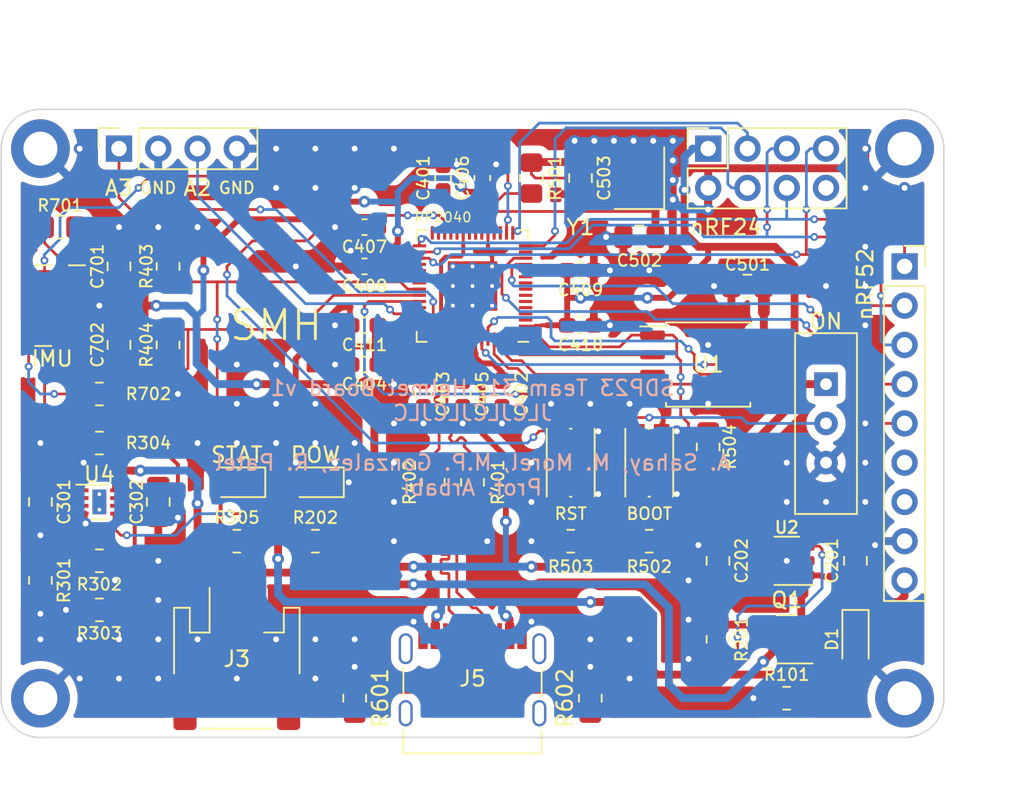
<source format=kicad_pcb>
(kicad_pcb (version 20221018) (generator pcbnew)
  (layers (0 "F.Cu" signal) (31 "B.Cu" signal) (34 "B.Paste" user) (35 "F.Paste" user) (36 "B.SilkS" user "B.Silkscreen") (37 "F.SilkS" user "F.Silkscreen") (38 "B.Mask" user) (39 "F.Mask" user) (44 "Edge.Cuts" user))
  (net 0 "")
  (net 1 "/VSRC")
  (net 2 "GND")
  (net 3 "+3V3")
  (net 4 "VBUS")
  (net 5 "+BATT")
  (net 6 "+1V1")
  (net 7 "/XIN")
  (net 8 "Net-(C503-Pad2)")
  (net 9 "unconnected-(J3-PadMP)")
  (net 10 "Net-(J5-PadA5)")
  (net 11 "/D+")
  (net 12 "/D-")
  (net 14 "Net-(J5-PadB5)")
  (net 17 "/EN")
  (net 18 "/XOUT")
  (net 19 "/RUN")
  (net 20 "Net-(U1-Pad2)")
  (net 21 "Net-(U1-Pad3)")
  (net 22 "Net-(U1-Pad5)")
  (net 23 "/FLASH_CLK")
  (net 24 "Net-(U1-Pad7)")
  (net 26 "/TX")
  (net 27 "/RX")
  (net 28 "/SDA")
  (net 29 "/SCL")
  (net 32 "/D4")
  (net 33 "/D5")
  (net 34 "/RF_CE")
  (net 35 "/RF_CNS")
  (net 36 "/D10")
  (net 40 "/SCK")
  (net 41 "/MOSI")
  (net 42 "/MISO")
  (net 48 "/A0")
  (net 49 "/A1")
  (net 50 "/A2")
  (net 51 "/A3")
  (net 52 "Net-(R401-Pad1)")
  (net 53 "Net-(R402-Pad1)")
  (net 54 "/SWDIO")
  (net 55 "/SWDCLK")
  (net 56 "/STAT")
  (net 57 "Net-(R301-Pad1)")
  (net 58 "Net-(R302-Pad1)")
  (net 59 "Net-(R303-Pad1)")
  (net 60 "Net-(R304-Pad2)")
  (net 61 "Net-(D2-Pad2)")
  (net 62 "/BLE_CS")
  (net 63 "/BLE_IRQ")
  (net 67 "Net-(R701-Pad2)")
  (net 71 "Net-(R702-Pad1)")
  (net 73 "Net-(D4-Pad2)")
  (net 74 "/D13")
  (net 75 "/FLASH_CS")
  (net 76 "/~{BOOT}")
  (footprint "Capacitor_SMD:C_0805_2012Metric_Pad1.18x1.45mm_HandSolder" (layer "F.Cu") (at 124.46 101.6 -90)
    (fp_text reference "C301")
    (fp_text value "1u")
  )
  (footprint "Capacitor_SMD:C_0603_1608Metric_Pad1.08x0.95mm_HandSolder" (layer "F.Cu") (at 145.415 86.36 180)
    (fp_text reference "C408")
    (fp_text value "100n")
  )
  (footprint "Resistor_SMD:R_0805_2012Metric_Pad1.20x1.40mm_HandSolder" (layer "F.Cu") (at 160.02 114.3 -90)
    (fp_text reference "R602")
    (fp_text value "5k1")
  )
  (footprint "Capacitor_SMD:C_0603_1608Metric_Pad1.08x0.95mm_HandSolder" (layer "F.Cu") (at 153.035 80.645 90)
    (fp_text reference "C406")
    (fp_text value "100n")
  )
  (footprint "SPDT_Footprint:E-Switch-EG1218" (layer "F.Cu") (at 175.26 93.98)
    (fp_text reference "SW3" hide)
    (fp_text value "SW_SPDT")
  )
  (footprint "Resistor_SMD:R_0805_2012Metric_Pad1.20x1.40mm_HandSolder" (layer "F.Cu") (at 149.86 100.33 -90)
    (fp_text reference "R402")
    (fp_text value "1")
  )
  (footprint "Resistor_SMD:R_0805_2012Metric_Pad1.20x1.40mm_HandSolder" (layer "F.Cu") (at 132.715 91.44 90)
    (fp_text reference "R404")
    (fp_text value "10k")
  )
  (footprint "Capacitor_SMD:C_0805_2012Metric_Pad1.18x1.45mm_HandSolder" (layer "F.Cu") (at 177.165 105.41 90)
    (fp_text reference "C201")
    (fp_text value "1u")
  )
  (footprint "Capacitor_SMD:C_0603_1608Metric_Pad1.08x0.95mm_HandSolder" (layer "F.Cu") (at 159.385 90.17)
    (fp_text reference "C410")
    (fp_text value "100n")
  )
  (footprint "Connector_JST:JST_PH_S2B-PH-SM4-TB_1x02-1MP_P2.00mm_Horizontal" (layer "F.Cu") (at 137.16 111.76)
    (fp_text reference "J3")
    (fp_text value "Battery")
  )
  (footprint "Resistor_SMD:R_0805_2012Metric_Pad1.20x1.40mm_HandSolder" (layer "F.Cu") (at 168.275 110.49 90)
    (fp_text reference "R201")
    (fp_text value "10k")
  )
  (footprint "Connector_PinSocket_2.54mm:PinSocket_1x04_P2.54mm_Vertical" (layer "F.Cu") (at 129.54 78.74 90)
    (fp_text reference "J4" hide)
    (fp_text value "GPIO & ADC")
  )
  (footprint "Resistor_SMD:R_0805_2012Metric_Pad1.20x1.40mm_HandSolder" (layer "F.Cu") (at 152.4 100.33 -90)
    (fp_text reference "R401")
    (fp_text value "1")
  )
  (footprint "Resistor_SMD:R_0805_2012Metric_Pad1.20x1.40mm_HandSolder" (layer "F.Cu") (at 132.715 86.36 -90)
    (fp_text reference "R403")
    (fp_text value "10k")
  )
  (footprint "Resistor_SMD:R_0805_2012Metric_Pad1.20x1.40mm_HandSolder" (layer "F.Cu") (at 167.64 98.044 90)
    (fp_text reference "R504")
    (fp_text value "DNF")
  )
  (footprint "Resistor_SMD:R_0805_2012Metric_Pad1.20x1.40mm_HandSolder" (layer "F.Cu") (at 158.75 104.14 180)
    (fp_text reference "R503")
    (fp_text value "10K")
  )
  (footprint "Connector_PinSocket_2.54mm:PinSocket_1x09_P2.54mm_Vertical" (layer "F.Cu") (at 180.34 86.36)
    (fp_text reference "J1" hide)
    (fp_text value "nRF52")
  )
  (footprint "Capacitor_SMD:C_0805_2012Metric_Pad1.18x1.45mm_HandSolder" (layer "F.Cu") (at 168.275 105.41 90)
    (fp_text reference "C202")
    (fp_text value "1u")
  )
  (footprint "Crystal:Crystal_SMD_SeikoEpson_FA238-4Pin_3.2x2.5mm" (layer "F.Cu") (at 163.195 80.645 90)
    (fp_text reference "Y1")
    (fp_text value "Crystal")
  )
  (footprint "Resistor_SMD:R_0805_2012Metric_Pad1.20x1.40mm_HandSolder" (layer "F.Cu") (at 142.24 104.14)
    (fp_text reference "R202")
    (fp_text value "330")
  )
  (footprint "Connector_PinSocket_2.54mm:PinSocket_2x04_P2.54mm_Vertical" (layer "F.Cu") (at 167.64 78.74 90)
    (fp_text reference "J2" hide)
    (fp_text value "nRF24")
  )
  (footprint "Capacitor_SMD:C_0805_2012Metric_Pad1.18x1.45mm_HandSolder" (layer "F.Cu") (at 132.08 101.6 -90)
    (fp_text reference "C302")
    (fp_text value "1u")
  )
  (footprint "Package_SO:SOIC-8_5.23x5.23mm_P1.27mm" (layer "F.Cu") (at 167.64 92.71)
    (fp_text reference "U1")
    (fp_text value "W25Q32JVSS")
  )
  (footprint "Package_DFN_QFN:QFN-56-1EP_7x7mm_P0.4mm_EP3.2x3.2mm" (layer "F.Cu") (at 152.4 87.63 180)
    (fp_text reference "U3" hide)
    (fp_text value "RP2040")
  )
  (footprint "Capacitor_SMD:C_0603_1608Metric_Pad1.08x0.95mm_HandSolder" (layer "F.Cu") (at 149.225 94.615 -90)
    (fp_text reference "C403")
    (fp_text value "1u")
  )
  (footprint "Capacitor_SMD:C_0603_1608Metric_Pad1.08x0.95mm_HandSolder" (layer "F.Cu") (at 145.415 90.17 180)
    (fp_text reference "C411")
    (fp_text value "100n")
  )
  (footprint "Diode_SMD:D_SOD-323_HandSoldering" (layer "F.Cu") (at 177.165 110.49 -90)
    (fp_text reference "D1")
    (fp_text value "SMB ≥20V ≥1A")
  )
  (footprint "Capacitor_SMD:C_0603_1608Metric_Pad1.08x0.95mm_HandSolder" (layer "F.Cu") (at 154.305 94.615 -90)
    (fp_text reference "C402")
    (fp_text value "100n")
  )
  (footprint "MountingHole:MountingHole_2.2mm_M2_DIN965_Pad" (layer "F.Cu") (at 124.46 78.74)
    (fp_text reference "H1" hide)
    (fp_text value "Hole")
  )
  (footprint "Resistor_SMD:R_0805_2012Metric_Pad1.20x1.40mm_HandSolder" (layer "F.Cu") (at 128.27 94.615)
    (fp_text reference "R702")
    (fp_text value "10k")
  )
  (footprint "Capacitor_SMD:C_0603_1608Metric_Pad1.08x0.95mm_HandSolder" (layer "F.Cu") (at 145.415 83.82 180)
    (fp_text reference "C407")
    (fp_text value "100n")
  )
  (footprint "Capacitor_SMD:C_0805_2012Metric_Pad1.18x1.45mm_HandSolder" (layer "F.Cu") (at 129.54 91.44 90)
    (fp_text reference "C702")
    (fp_text value "0.1u")
  )
  (footprint "Resistor_SMD:R_0805_2012Metric_Pad1.20x1.40mm_HandSolder" (layer "F.Cu") (at 137.16 104.14)
    (fp_text reference "R305")
    (fp_text value "330")
  )
  (footprint "Package_TO_SOT_SMD:SOT-23-5" (layer "F.Cu") (at 172.72 105.41 180)
    (fp_text reference "U2")
    (fp_text value "AP2112")
  )
  (footprint "Capacitor_SMD:C_0603_1608Metric_Pad1.08x0.95mm_HandSolder" (layer "F.Cu") (at 150.495 80.645 90)
    (fp_text reference "C401")
    (fp_text value "100n")
  )
  (footprint "Connector_USB:USB_C_Receptacle_Palconn_UTC16-G" (layer "F.Cu") (at 152.4 113.03)
    (fp_text reference "J5")
    (fp_text value "USB_C_Receptacle_USB2.0")
  )
  (footprint "MountingHole:MountingHole_2.2mm_M2_DIN965_Pad" (layer "F.Cu") (at 180.34 78.74)
    (fp_text reference "H2" hide)
    (fp_text value "Hole")
  )
  (footprint "Resistor_SMD:R_0805_2012Metric_Pad1.20x1.40mm_HandSolder" (layer "F.Cu") (at 163.83 104.14 180)
    (fp_text reference "R502")
    (fp_text value "1K")
  )
  (footprint "Resistor_SMD:R_0805_2012Metric_Pad1.20x1.40mm_HandSolder" (layer "F.Cu") (at 128.27 105.41)
    (fp_text reference "R302")
    (fp_text value "10k")
  )
  (footprint "LED_SMD:LED_0805_2012Metric_Pad1.15x1.40mm_HandSolder" (layer "F.Cu") (at 137.1375 100.33 180)
    (fp_text reference "D2" hide)
    (fp_text value "STAT")
  )
  (footprint "Capacitor_SMD:C_0805_2012Metric_Pad1.18x1.45mm_HandSolder" (layer "F.Cu") (at 170.18 87.63)
    (fp_text reference "C501")
    (fp_text value "100n")
  )
  (footprint "Package_LGA:LGA-14_3x5mm_P0.8mm_LayoutBorder1x6y" (layer "F.Cu") (at 125.73 88.9 180)
    (fp_text reference "U6" hide)
    (fp_text value "ADXL343")
  )
  (footprint "Button_Switch_SMD:SW_Push_1P1T_NO_CK_KMR2" (layer "F.Cu") (at 158.75 99.06 -90)
    (fp_text reference "SW2" hide)
    (fp_text value "RESET")
  )
  (footprint "Resistor_SMD:R_0805_2012Metric_Pad1.20x1.40mm_HandSolder" (layer "F.Cu") (at 128.27 108.585 180)
    (fp_text reference "R303")
    (fp_text value "R")
  )
  (footprint "LED_SMD:LED_0805_2012Metric_Pad1.15x1.40mm_HandSolder" (layer "F.Cu") (at 142.2175 100.33 180)
    (fp_text reference "D4" hide)
    (fp_text value "POW")
  )
  (footprint "Package_TO_SOT_SMD:SOT-23" (layer "F.Cu") (at 172.72 110.49 180)
    (fp_text reference "Q1")
    (fp_text value "DMP2045U")
  )
  (footprint "MountingHole:MountingHole_2.2mm_M2_DIN965_Pad" (layer "F.Cu") (at 180.34 114.3)
    (fp_text reference "H4" hide)
    (fp_text value "Hole")
  )
  (footprint "Capacitor_SMD:C_0805_2012Metric_Pad1.18x1.45mm_HandSolder" (layer "F.Cu") (at 163.195 84.455)
    (fp_text reference "C502")
    (fp_text value "27p")
  )
  (footprint "Capacitor_SMD:C_0603_1608Metric_Pad1.08x0.95mm_HandSolder" (layer "F.Cu") (at 145.415 92.71 180)
    (fp_text reference "C404")
    (fp_text value "1u")
  )
  (footprint "Resistor_SMD:R_0805_2012Metric_Pad1.20x1.40mm_HandSolder" (layer "F.Cu") (at 124.46 106.68 -90)
    (fp_text reference "R301")
    (fp_text value "R")
  )
  (footprint "Resistor_SMD:R_0805_2012Metric_Pad1.20x1.40mm_HandSolder" (layer "F.Cu") (at 156.21 80.645 -90)
    (fp_text reference "R501")
    (fp_text value "4k7")
  )
  (footprint "Package_SON:WSON-8-1EP_2x2mm_P0.5mm_EP0.9x1.6mm_ThermalVias" (layer "F.Cu") (at 128.27 101.6)
    (fp_text reference "U4")
    (fp_text value "BQ25172")
  )
  (footprint "Resistor_SMD:R_0805_2012Metric_Pad1.20x1.40mm_HandSolder" (layer "F.Cu") (at 128.27 97.79)
    (fp_text reference "R304")
    (fp_text value "R")
  )
  (footprint "Resistor_SMD:R_0805_2012Metric_Pad1.20x1.40mm_HandSolder" (layer "F.Cu") (at 125.73 83.82 180)
    (fp_text reference "R701")
    (fp_text value "10k")
  )
  (footprint "Capacitor_SMD:C_0603_1608Metric_Pad1.08x0.95mm_HandSolder" (layer "F.Cu") (at 159.385 86.614)
    (fp_text reference "C409")
    (fp_text value "100n")
  )
  (footprint "MountingHole:MountingHole_2.2mm_M2_DIN965_Pad" (layer "F.Cu") (at 124.46 114.3)
    (fp_text reference "H3" hide)
    (fp_text value "Hole")
  )
  (footprint "Button_Switch_SMD:SW_Push_1P1T_NO_CK_KMR2" (layer "F.Cu") (at 163.83 99.06 -90)
    (fp_text reference "SW1" hide)
    (fp_text value "BOOTSEL")
  )
  (footprint "Resistor_SMD:R_0805_2012Metric_Pad1.20x1.40mm_HandSolder" (layer "F.Cu") (at 172.72 114.3)
    (fp_text reference "R101")
    (fp_text value "10k")
  )
  (footprint "Capacitor_SMD:C_0805_2012Metric_Pad1.18x1.45mm_HandSolder" (layer "F.Cu") (at 159.385 80.645 90)
    (fp_text reference "C503")
    (fp_text value "27p")
  )
  (footprint "Capacitor_SMD:C_0805_2012Metric_Pad1.18x1.45mm_HandSolder" (layer "F.Cu") (at 129.54 86.36 -90)
    (fp_text reference "C701")
    (fp_text value "1u")
  )
  (footprint "Resistor_SMD:R_0805_2012Metric_Pad1.20x1.40mm_HandSolder" (layer "F.Cu") (at 144.78 114.3 -90)
    (fp_text reference "R601")
    (fp_text value "5k1")
  )
  (footprint "Capacitor_SMD:C_0603_1608Metric_Pad1.08x0.95mm_HandSolder" (layer "F.Cu") (at 151.765 94.615 -90)
    (fp_text reference "C405")
    (fp_text value "100n")
  )
  (gr_line (start 124.46 116.84) (end 180.34 116.84) (stroke (width 0.1)) (layer "Edge.Cuts"))
  (gr_arc (start 121.92 78.74) (mid 122.663949 76.943949) (end 124.46 76.2) (stroke (width 0.1)) (layer "Edge.Cuts"))
  (gr_arc (start 182.88 114.3) (mid 182.136051 116.096051) (end 180.34 116.84) (stroke (width 0.1)) (layer "Edge.Cuts"))
  (gr_arc (start 124.46 116.84) (mid 122.663949 116.096051) (end 121.92 114.3) (stroke (width 0.1)) (layer "Edge.Cuts"))
  (gr_arc (start 180.34 76.2) (mid 182.136051 76.943949) (end 182.88 78.74) (stroke (width 0.1)) (layer "Edge.Cuts"))
  (gr_line (start 121.92 78.74) (end 121.92 114.3) (stroke (width 0.1)) (layer "Edge.Cuts"))
  (gr_line (start 124.46 76.2) (end 180.34 76.2) (stroke (width 0.1)) (layer "Edge.Cuts"))
  (gr_line (start 182.88 114.3) (end 182.88 78.74) (stroke (width 0.1)) (layer "Edge.Cuts"))
  (gr_text "SDP23 Team 31: Helmet Board v1\nJLCJLCJLCJLC\n\nA. Sahay, M. Morel, M.P. Gonzalez, R. Patel\nProf. Arbabi\n\n\n" (at 152.4 99.06) (layer "B.SilkS") (effects (font (size 1 1)) (justify mirror)))
  (gr_text "POW" (at 142.24 98.552) (layer "F.SilkS") (effects (font (size 1 1))))
  (gr_text "RST" (at 158.75 102.362) (layer "F.SilkS") (effects (font (size 0.762 0.762) (thickness 0.127))))
  (gr_text "BOOT" (at 163.83 102.362) (layer "F.SilkS") (effects (font (size 0.762 0.762) (thickness 0.127))))
  (gr_text "ON" (at 175.26 89.916) (layer "F.SilkS") (effects (font (size 1 1))))
  (gr_text "nRF52" (at 177.8 85.09 90) (layer "F.SilkS") (effects (font (size 1 1)) (justify right)))
  (gr_text "IMU" (at 125.222 92.329) (layer "F.SilkS") (effects (font (size 1 1))))
  (gr_text "GND" (at 132.08 81.28) (layer "F.SilkS") (effects (font (size 0.762 0.762) (thickness 0.127))))
  (gr_text "GND" (at 137.16 81.28) (layer "F.SilkS") (effects (font (size 0.762 0.762) (thickness 0.127))))
  (gr_text "SMH" (at 139.7 90.17) (layer "F.SilkS") (effects (font (size 1.905 1.905) (thickness 0.1905))))
  (gr_text "A2" (at 134.62 81.28) (layer "F.SilkS") (effects (font (size 1 1))))
  (gr_text "STAT" (at 137.16 98.552) (layer "F.SilkS") (effects (font (size 1 1))))
  (gr_text "nRF24" (at 166.37 83.82) (layer "F.SilkS") (effects (font (size 1 1)) (justify left)))
  (gr_text "RP2040" (at 148.59 83.185) (layer "F.SilkS") (effects (font (size 0.635 0.635) (thickness 0.0889)) (justify left)))
  (gr_text "A3" (at 129.54 81.28) (layer "F.SilkS") (effects (font (size 1 1))))
  (segment (start 174.94 109.54) (end 175.26 109.22) (width 0.508) (layer "F.Cu") (net 1))
  (segment (start 173.6575 109.54) (end 174.94 109.54) (width 0.508) (layer "F.Cu") (net 1))
  (segment (start 175.768 109.22) (end 175.768 108.585) (width 0.508) (layer "F.Cu") (net 1))
  (segment (start 175.768 108.585) (end 176.276 108.077) (width 0.508) (layer "F.Cu") (net 1))
  (segment (start 176.022 106.426) (end 177.1435 106.426) (width 0.508) (layer "F.Cu") (net 1))
  (segment (start 175.514 106.426) (end 176.022 106.426) (width 0.508) (layer "F.Cu") (net 1))
  (segment (start 168.325 109.54) (end 168.275 109.49) (width 0.508) (layer "F.Cu") (net 1))
  (segment (start 175.006 106.426) (end 175.514 106.426) (width 0.381) (layer "F.Cu") (net 1))
  (segment (start 180.34 107.696) (end 180.34 106.68) (width 0.508) (layer "F.Cu") (net 1))
  (segment (start 176.276 108.077) (end 179.959 108.077) (width 0.508) (layer "F.Cu") (net 1))
  (segment (start 173.863 106.3655) (end 173.8575 106.36) (width 0.508) (layer "F.Cu") (net 1))
  (segment (start 173.6575 107.7745) (end 173.863 107.569) (width 0.508) (layer "F.Cu") (net 1))
  (segment (start 173.863 107.569) (end 173.863 106.3655) (width 0.508) (layer "F.Cu") (net 1))
  (segment (start 179.959 108.077) (end 180.34 107.696) (width 0.508) (layer "F.Cu") (net 1))
  (segment (start 175.26 109.22) (end 175.768 109.22) (width 0.508) (layer "F.Cu") (net 1))
  (segment (start 174.94 106.36) (end 175.006 106.426) (width 0.381) (layer "F.Cu") (net 1))
  (segment (start 175.768 109.22) (end 177.145 109.22) (width 0.508) (layer "F.Cu") (net 1))
  (segment (start 173.8575 106.36) (end 174.94 106.36) (width 0.381) (layer "F.Cu") (net 1))
  (segment (start 173.6575 109.54) (end 173.6575 107.7745) (width 0.508) (layer "F.Cu") (net 1))
  (segment (start 177.145 109.22) (end 177.165 109.24) (width 0.508) (layer "F.Cu") (net 1))
  (segment (start 177.1435 106.426) (end 177.165 106.4475) (width 0.762) (layer "F.Cu") (net 1))
  (segment (start 173.6575 109.54) (end 168.325 109.54) (width 0.508) (layer "F.Cu") (net 1))
  (segment (start 129.27 105.41) (end 129.27 106.664) (width 0.381) (layer "F.Cu") (net 2))
  (segment (start 154.305 95.4775) (end 154.305 96.52) (width 0.508) (layer "F.Cu") (net 2))
  (segment (start 177.165 104.3725) (end 178.4135 104.3725) (width 0.508) (layer "F.Cu") (net 2))
  (segment (start 124.46 103.759) (end 124.46 102.6375) (width 0.508) (layer "F.Cu") (net 2))
  (segment (start 164.63 97.01) (end 165.59 97.01) (width 0.508) (layer "F.Cu") (net 2))
  (segment (start 150.495 79.7825) (end 151.3575 79.7825) (width 0.381) (layer "F.Cu") (net 2))
  (segment (start 127.27 99.044) (end 127.254 99.06) (width 0.508) (layer "F.Cu") (net 2))
  (segment (start 165.354 78.232) (end 164.084 78.232) (width 0.508) (layer "F.Cu") (net 2))
  (segment (start 164.04 94.615) (end 164.04 95.079) (width 0.508) (layer "F.Cu") (net 2))
  (segment (start 127.27 97.79) (end 127.27 99.044) (width 0.508) (layer "F.Cu") (net 2))
  (segment (start 124.46 107.68) (end 124.46 108.839) (width 0.381) (layer "F.Cu") (net 2))
  (segment (start 149.2 110.52) (end 149.2 109.957) (width 0.381) (layer "F.Cu") (net 2))
  (segment (start 133.3285 102.6375) (end 133.35 102.616) (width 0.508) (layer "F.Cu") (net 2))
  (segment (start 165.354 82.042) (end 165.354 85.344) (width 0.508) (layer "F.Cu") (net 2))
  (segment (start 167.64 81.28) (end 167.64 80.01) (width 0.508) (layer "F.Cu") (net 2))
  (segment (start 153.4 84.1925) (end 153.4 84.836) (width 0.1778) (layer "F.Cu") (net 2))
  (segment (start 167.64 80.01) (end 165.354 80.01) (width 0.508) (layer "F.Cu") (net 2))
  (segment (start 151.765 95.4775) (end 151.765 96.52) (width 0.381) (layer "F.Cu") (net 2))
  (segment (start 164.084 78.232) (end 162.814 78.232) (width 0.508) (layer "F.Cu") (net 2))
  (segment (start 144.5525 92.71) (end 143.51 92.71) (width 0.381) (layer "F.Cu") (net 2))
  (segment (start 165.354 79.502) (end 165.354 78.232) (width 0.508) (layer "F.Cu") (net 2))
  (segment (start 144.78 113.3) (end 144.78 112.268) (width 0.508) (layer "F.Cu") (net 2))
  (segment (start 127.32 102.936) (end 127.381 102.997) (width 0.381) (layer "F.Cu") (net 2))
  (segment (start 171.72 114.3) (end 170.561 114.3) (width 0.508) (layer "F.Cu") (net 2))
  (segment (start 153.4 84.836) (end 153.4 85.455) (width 0.254) (layer "F.Cu") (net 2))
  (segment (start 126.73 90.1) (end 127.692 90.1) (width 0.381) (layer "F.Cu") (net 2))
  (segment (start 162.795 80.664) (end 164.065 80.664) (width 0.508) (layer "F.Cu") (net 2))
  (segment (start 149.2 109.957) (end 148.59 109.347) (width 0.508) (layer "F.Cu") (net 2))
  (segment (start 165.354 82.042) (end 165.354 80.772) (width 0.508) (layer "F.Cu") (net 2))
  (segment (start 167.0265 104.3725) (end 167.005 104.394) (width 0.508) (layer "F.Cu") (net 2))
  (segment (start 165.59 101.11) (end 165.608 101.092) (width 0.508) (layer "F.Cu") (net 2))
  (segment (start 177.8 80.01) (end 177.8 81.28) (width 0.508) (layer "F.Cu") (net 2))
  (segment (start 165.354 80.772) (end 165.354 80.01) (width 0.508) (layer "F.Cu") (net 2))
  (segment (start 167.64 80.01) (end 177.8 80.01) (width 0.508) (layer "F.Cu") (net 2))
  (segment (start 162.56 85.852) (end 162.1575 85.4495) (width 0.508) (layer "F.Cu") (net 2))
  (segment (start 165.354 80.01) (end 165.354 79.502) (width 0.508) (layer "F.Cu") (net 2))
  (segment (start 144.5525 90.17) (end 143.51 90.17) (width 0.381) (layer "F.Cu") (net 2))
  (segment (start 153.8975 79.7825) (end 153.924 79.756) (width 0.381) (layer "F.Cu") (net 2))
  (segment (start 127.32 102.35) (end 127.32 102.936) (width 0.381) (layer "F.Cu") (net 2))
  (segment (start 153.035 79.7825) (end 153.8975 79.7825) (width 0.381) (layer "F.Cu") (net 2))
  (segment (start 160.274 78.232) (end 159.004 78.232) (width 0.508) (layer "F.Cu") (net 2))
  (segment (start 177.8 80.01) (end 177.8 78.74) (width 0.508) (layer "F.Cu") (net 2))
  (segment (start 164.846 85.852) (end 162.56 85.852) (width 0.508) (layer "F.Cu") (net 2))
  (segment (start 164.63 101.11) (end 165.59 101.11) (width 0.508) (layer "F.Cu") (net 2))
  (segment (start 168.021 87.63) (end 169.1425 87.63) (width 0.508) (layer "F.Cu") (net 2))
  (segment (start 129.5185 87.376) (end 129.54 87.3975) (width 0.381) (layer "F.Cu") (net 2))
  (segment (start 165.246 80.664) (end 165.354 80.772) (width 0.508) (layer "F.Cu") (net 2))
  (segment (start 151.3575 79.7825) (end 151.384 79.756) (width 0.381) (layer "F.Cu") (net 2))
  (segment (start 164.065 80.664) (end 164.065 79.615) (width 0.508) (layer "F.Cu") (net 2))
  (segment (start 160.02 113.3) (end 160.02 112.268) (width 0.508) (layer "F.Cu") (net 2))
  (segment (start 160.2475 90.17) (end 161.29 90.17) (width 0.508) (layer "F.Cu") (net 2))
  (segment (start 178.4135 104.3725) (end 178.435 104.394) (width 0.508) (layer "F.Cu") (net 2))
  (segment (start 162.1575 84.455) (end 161.036 84.455) (width 0.508) (layer "F.Cu") (net 2))
  (segment (start 128.016 87.376) (end 129.5185 87.376) (width 0.381) (layer "F.Cu") (net 2))
  (segment (start 162.56 95.25) (end 163.869 95.25) (width 0.508) (layer "F.Cu") (net 2))
  (segment (start 162.395 81.745) (end 162.395 81.064) (width 0.508) (layer "F.Cu") (net 2))
  (segment (start 159.55 97.01) (end 160.51 97.01) (width 0.508) (layer "F.Cu") (net 2))
  (segment (start 129.5185 90.424) (end 129.54 90.4025) (width 0.381) (layer "F.Cu") (net 2))
  (segment (start 160.51 97.01) (end 160.528 97.028) (width 0.508) (layer "F.Cu") (net 2))
  (segment (start 160.51 101.11) (end 160.528 101.092) (width 0.508) (layer "F.Cu") (net 2))
  (segment (start 153.4 85.455) (end 153.67 85.725) (width 0.254) (layer "F.Cu") (net 2))
  (segment (start 162.814 78.232) (end 161.544 78.232) (width 0.508) (layer "F.Cu") (net 2))
  (segment (start 165.59 97.01) (end 165.608 97.028) (width 0.508) (layer "F.Cu") (net 2))
  (segment (start 163.869 95.25) (end 164.04 95.079) (width 0.508) (layer "F.Cu") (net 2))
  (segment (start 127.692 90.1) (end 128.016 90.424) (width 0.381) (layer "F.Cu") (net 2))
  (segment (start 144.5525 85.3705) (end 144.526 85.344) (width 0.381) (layer "F.Cu") (net 2))
  (segment (start 164.065 79.615) (end 163.995 79.545) (width 0.508) (layer "F.Cu") (net 2))
  (segment (start 160.2475 86.614) (end 161.29 86.614) (width 0.508) (layer "F.Cu") (net 2))
  (segment (start 155.6 110.52) (end 155.6 109.957) (width 0.381) (layer "F.Cu") (net 2))
  (segment (start 143.2425 100.33) (end 144.399 100.33) (width 0.508) (layer "F.Cu") (net 2))
  (segment (start 162.395 81.064) (end 162.795 80.664) (width 0.508) (layer "F.Cu") (net 2))
  (segment (start 126.73 87.7) (end 127.692 87.7) (width 0.381) (layer "F.Cu") (net 2))
  (segment (start 159.55 101.11) (end 160.51 101.11) (width 0.508) (layer "F.Cu") (net 2))
  (segment (start 132.08 102.6375) (end 133.3285 102.6375) (width 0.508) (layer "F.Cu") (net 2))
  (segment (start 127.692 87.7) (end 128.016 87.376) (width 0.381) (layer "F.Cu") (net 2))
  (segment (start 162.1575 85.4495) (end 162.1575 84.455) (width 0.508) (layer "F.Cu") (net 2))
  (segment (start 153.67 85.725) (end 153.67 86.36) (width 0.254) (layer "F.Cu") (net 2))
  (segment (start 128.016 90.424) (end 129.5185 90.424) (width 0.381) (layer "F.Cu") (net 2))
  (segment (start 127.27 108.585) (end 126.111 108.585) (width 0.381) (layer "F.Cu") (net 2))
  (segment (start 173.8575 105.41) (end 172.72 105.41) (width 0.508) (layer "F.Cu") (net 2))
  (segment (start 167.64 81.28) (end 167.64 82.677) (width 0.508) (layer "F.Cu") (net 2))
  (segment (start 168.275 104.3725) (end 167.0265 104.3725) (width 0.508) (layer "F.Cu") (net 2))
  (segment (start 129.27 106.664) (end 129.286 106.68) (width 0.381) (layer "F.Cu") (net 2))
  (segment (start 144.5525 83.82) (end 143.51 83.82) (width 0.381) (layer "F.Cu") (net 2))
  (segment (start 165.354 85.344) (end 164.846 85.852) (width 0.508) (layer "F.Cu") (net 2))
  (segment (start 155.6 109.957) (end 156.21 109.347) (width 0.508) (layer "F.Cu") (net 2))
  (segment (start 161.544 78.232) (end 160.274 78.232) (width 0.508) (layer "F.Cu") (net 2))
  (segment (start 164.065 80.664) (end 165.246 80.664) (width 0.508) (layer "F.Cu") (net 2))
  (segment (start 144.5525 86.36) (end 144.5525 85.3705) (width 0.381) (layer "F.Cu") (net 2))
  (segment (start 149.225 95.4775) (end 149.225 96.52) (width 0.381) (layer "F.Cu") (net 2))
  (via (at 165.354 78.232) (size 0.762) (drill 0.381) (layers "F.Cu" "B.Cu") (net 2))
  (via (at 154.305 96.52) (size 0.762) (drill 0.381) (layers "F.Cu" "B.Cu") (net 2))
  (via (at 142.24 97.79) (size 0.762) (drill 0.381) (layers "F.Cu" "B.Cu") (net 2))
  (via (at 124.46 103.759) (size 0.762) (drill 0.381) (layers "F.Cu" "B.Cu") (net 2))
  (via (at 137.16 95.25) (size 0.762) (drill 0.381) (layers "F.Cu" "B.Cu") (net 2))
  (via (at 132.08 107.95) (size 0.762) (drill 0.381) (layers "F.Cu" "B.Cu") (net 2))
  (via (at 152.4 87.63) (size 0.508) (drill 0.254) (layers "F.Cu" "B.Cu") (net 2))
  (via (at 156.21 101.6) (size 0.762) (drill 0.381) (layers "F.Cu" "B.Cu") (net 2))
  (via (at 159.004 78.232) (size 0.762) (drill 0.381) (layers "F.Cu" "B.Cu") (net 2))
  (via (at 166.37 106.68) (size 0.762) (drill 0.381) (layers "F.Cu" "B.Cu") (net 2))
  (via (at 139.7 97.79) (size 0.762) (drill 0.381) (layers "F.Cu" "B.Cu") (net 2))
  (via (at 129.54 113.03) (size 0.762) (drill 0.381) (layers "F.Cu" "B.Cu") (net 2))
  (via (at 172.72 101.6) (size 0.762) (drill 0.381) (layers "F.Cu" "B.Cu") (net 2))
  (via (at 144.78 110.49) (size 0.762) (drill 0.381) (layers "F.Cu" "B.Cu") (net 2))
  (via (at 134.62 110.49) (size 0.762) (drill 0.381) (layers "F.Cu" "B.Cu") (net 2))
  (via (at 139.7 95.25) (size 0.762) (drill 0.381) (layers "F.Cu" "B.Cu") (net 2))
  (via (at 143.51 90.17) (size 0.762) (drill 0.381) (layers "F.Cu" "B.Cu") (net 2))
  (via (at 160.528 101.092) (size 0.762) (drill 0.381) (layers "F.Cu" "B.Cu") (net 2))
  (via (at 133.35 102.616) (size 0.762) (drill 0.381) (layers "F.Cu" "B.Cu") (net 2))
  (via (at 128.27 88.9) (size 0.762) (drill 0.381) (layers "F.Cu" "B.Cu") (net 2))
  (via (at 147.32 101.6) (size 0.762) (drill 0.381) (layers "F.Cu" "B.Cu") (net 2))
  (via (at 144.399 100.33) (size 0.762) (drill 0.381) (layers "F.Cu" "B.Cu") (net 2))
  (via (at 132.08 110.49) (size 0.762) (drill 0.381) (layers "F.Cu" "B.Cu") (net 2))
  (via (at 127 110.49) (size 0.762) (drill 0.381) (layers "F.Cu" "B.Cu") (net 2))
  (via (at 153.67 86.36) (size 0.508) (drill 0.254) (layers "F.Cu" "B.Cu") (net 2))
  (via (at 168.021 87.63) (size 0.762) (drill 0.381) (layers "F.Cu" "B.Cu") (net 2))
  (via (at 144.78 78.74) (size 0.762) (drill 0.381) (layers "F.Cu" "B.Cu") (net 2))
  (via (at 165.354 79.502) (size 0.762) (drill 0.381) (layers "F.Cu" "B.Cu") (net 2))
  (via (at 161.29 90.17) (size 0.762) (drill 0.381) (layers "F.Cu" "B.Cu") (net 2))
  (via (at 151.13 86.36) (size 0.508) (drill 0.254) (layers "F.Cu" "B.Cu") (net 2))
  (via (at 142.24 113.03) (size 0.762) (drill 0.381) (layers "F.Cu" "B.Cu") (net 2))
  (via (at 180.34 81.28) (size 0.762) (drill 0.381) (layers "F.Cu" "B.Cu") (net 2))
  (via (at 140.97 86.36) (size 0.762) (drill 0.381) (layers "F.Cu" "B.Cu") (net 2))
  (via (at 137.16 92.71) (size 0.762) (drill 0.381) (layers "F.Cu" "B.Cu") (net 2))
  (via (at 153.353 104.14) (size 0.762) (drill 0.381) (layers "F.Cu" "B.Cu") (net 2))
  (via (at 163.83 86.614) (size 0.762) (drill 0.381) (layers "F.Cu" "B.Cu") (net 2))
  (via (at 166.37 111.76) (size 0.762) (drill 0.381) (layers "F.Cu" "B.Cu") (net 2))
  (via (at 151.13 88.9) (size 0.508) (drill 0.254) (layers "F.Cu" "B.Cu") (net 2))
  (via (at 156.21 104.14) (size 0.762) (drill 0.381) (layers "F.Cu" "B.Cu") (net 2))
  (via (at 142.24 81.28) (size 0.762) (drill 0.381) (layers "F.Cu" "B.Cu") (net 2))
  (via (at 132.08 105.41) (size 0.762) (drill 0.381) (layers "F.Cu" "B.Cu") (net 2))
  (via (at 172.72 105.41) (size 0.762) (drill 0.381) (layers "F.Cu" "B.Cu") (net 2))
  (via (at 160.02 110.49) (size 0.762) (drill 0.381) (layers "F.Cu" "B.Cu") (net 2))
  (via (at 134.62 97.79) (size 0.762) (drill 0.381) (layers "F.Cu" "B.Cu") (net 2))
  (via (at 177.8 90.17) (size 0.762) (drill 0.381) (layers "F.Cu" "B.Cu") (net 2))
  (via (at 177.8 78.74) (size 0.762) (drill 0.381) (layers "F.Cu" "B.Cu") (net 2))
  (via (at 124.46 110.49) (size 0.762) (drill 0.381) (layers "F.Cu" "B.Cu") (net 2))
  (via (at 132.08 83.82) (size 0.762) (drill 0.381) (layers "F.Cu" "B.Cu") (net 2))
  (via (at 153.924 79.756) (size 0.762) (drill 0.381) (layers "F.Cu" "B.Cu") (net 2))
  (via (at 175.26 101.6) (size 0.762) (drill 0.381) (layers "F.Cu" "B.Cu") (net 2))
  (via (at 137.16 113.03) (size 0.762) (drill 0.381) (layers "F.Cu" "B.Cu") (net 2))
  (via (at 144.78 112.268) (size 0.762) (drill 0.381) (layers "F.Cu" "B.Cu") (net 2))
  (via (at 137.16 97.79) (size 0.762) (drill 0.381) (layers "F.Cu" "B.Cu") (net 2))
  (via (at 132.08 113.03) (size 0.762) (drill 0.381) (layers "F.Cu" "B.Cu") (net 2))
  (via (at 161.036 84.455) (size 0.762) (drill 0.381) (layers "F.Cu" "B.Cu") (net 2))
  (via (at 127 113.03) (size 0.762) (drill 0.381) (layers "F.Cu" "B.Cu") (net 2))
  (via (at 177.8 101.6) (size 0.762) (drill 0.381) (layers "F.Cu" "B.Cu") (net 2))
  (via (at 148.59 109.347) (size 0.762) (drill 0.381) (layers "F.Cu" "B.Cu") (net 2))
  (via (at 160.274 78.232) (size 0.762) (drill 0.381) (layers "F.Cu" "B.Cu") (net 2))
  (via (at 142.24 95.25) (size 0.762) (drill 0.381) (layers "F.Cu" "B.Cu") (net 2))
  (via (at 156.21 99.06) (size 0.762) (drill 0.381) (layers "F.Cu" "B.Cu") (net 2))
  (via (at 161.29 86.614) (size 0.762) (drill 0.381) (layers "F.Cu" "B.Cu") (net 2))
  (via (at 164.084 78.232) (size 0.762) (drill 0.381) (layers "F.Cu" "B.Cu") (net 2))
  (via (at 151.384 79.756) (size 0.762) (drill 0.381) (layers "F.Cu" "B.Cu") (net 2))
  (via (at 160.528 97.028) (size 0.762) (drill 0.381) (layers "F.Cu" "B.Cu") (net 2))
  (via (at 144.526 85.344) (size 0.762) (drill 0.381) (layers "F.Cu" "B.Cu") (net 2))
  (via (at 129.54 83.82) (size 0.762) (drill 0.381) (layers "F.Cu" "B.Cu") (net 2))
  (via (at 139.7 92.71) (size 0.762) (drill 0.381) (layers "F.Cu" "B.Cu") (net 2))
  (via (at 147.32 104.14) (size 0.762) (drill 0.381) (layers "F.Cu" "B.Cu") (net 2))
  (via (at 143.51 83.82) (size 0.762) (drill 0.381) (layers "F.Cu" "B.Cu") (net 2))
  (via (at 127 78.74) (size 0.762) (drill 0.381) (layers "F.Cu" "B.Cu") (net 2))
  (via (at 160.02 95.25) (size 0.762) (drill 0.381) (layers "F.Cu" "B.Cu") (net 2))
  (via (at 152.4 86.36) (size 0.508) (drill 0.254) (layers "F.Cu" "B.Cu") (net 2))
  (via (at 177.8 87.63) (size 0.762) (drill 0.381) (layers "F.Cu" "B.Cu") (net 2))
  (via (at 177.8 85.09) (size 0.762) (drill 0.381) (layers "F.Cu" "B.Cu") (net 2))
  (via (at 177.8 81.28) (size 0.762) (drill 0.381) (layers "F.Cu" "B.Cu") (net 2))
  (via (at 167.64 82.677) (size 0.762) (drill 0.381) (layers "F.Cu" "B.Cu") (net 2))
  (via (at 129.54 110.49) (size 0.762) (drill 0.381) (layers "F.Cu" "B.Cu") (net 2))
  (via (at 170.561 114.3) (size 0.762) (drill 0.381) (layers "F.Cu" "B.Cu") (net 2))
  (via (at 133.35 94.615) (size 0.762) (drill 0.381) (layers "F.Cu" "B.Cu") (net 2))
  (via (at 165.608 101.092) (size 0.762) (drill 0.381) (layers "F.Cu" "B.Cu") (net 2))
  (via (at 162.56 113.03) (size 0.762) (drill 0.381) (layers "F.Cu" "B.Cu") (net 2))
  (via (at 162.814 78.232) (size 0.762) (drill 0.381) (layers "F.Cu" "B.Cu") (net 2))
  (via (at 149.225 96.52) (size 0.762) (drill 0.381) (layers "F.Cu" "B.Cu") (net 2))
  (via (at 167.005 104.394) (size 0.762) (drill 0.381) (layers "F.Cu" "B.Cu") (net 2))
  (via (at 162.56 95.25) (size 0.762) (drill 0.381) (layers "F.Cu" "B.Cu") (net 2))
  (via (at 127.254 99.06) (size 0.762) (drill 0.381) (layers "F.Cu" "B.Cu") (net 2))
  (via (at 167.64 91.44) (size 0.762) (drill 0.381) (layers "F.Cu" "B.Cu") (net 2))
  (via (at 178.435 104.394) (size 0.762) (drill 0.381) (layers "F.Cu" "B.Cu") (net 2))
  (via (at 142.24 110.49) (size 0.762) (drill 0.381) (layers "F.Cu" "B.Cu") (net 2))
  (via (at 124.46 108.839) (size 0.762) (drill 0.381) (layers "F.Cu" "B.Cu") (net 2))
  (via (at 162.56 110.49) (size 0.762) (drill 0.381) (layers "F.Cu" "B.Cu") (net 2))
  (via (at 165.354 82.042) (size 0.762) (drill 0.381) (layers "F.Cu" "B.Cu") (net 2))
  (via (at 165.608 97.028) (size 0.762) (drill 0.381) (layers "F.Cu" "B.Cu") (net 2))
  (via (at 129.286 106.68) (size 0.762) (drill 0.381) (layers "F.Cu" "B.Cu") (net 2))
  (via (at 147.32 78.74) (size 0.762) (drill 0.381) (layers "F.Cu" "B.Cu") (net 2))
  (via (at 153.67 88.9) (size 0.508) (drill 0.254) (layers "F.Cu" "B.Cu") (net 2))
  (via (at 143.51 99.06) (size 0.762) (drill 0.381) (layers "F.Cu" "B.Cu") (net 2))
  (via (at 161.544 78.232) (size 0.762) (drill 0.381) (layers "F.Cu" "B.Cu") (net 2))
  (via (at 151.13 87.63) (size 0.508) (drill 0.254) (layers "F.Cu" "B.Cu") (net 2))
  (via (at 157.48 95.25) (size 0.762) (drill 0.381) (layers "F.Cu" "B.Cu") (net 2))
  (via (at 142.24 78.74) (size 0.762) (drill 0.381) (layers "F.Cu" "B.Cu") (net 2))
  (via (at 153.67 87.63) (size 0.508) (drill 0.254) (layers "F.Cu" "B.Cu") (net 2))
  (via (at 165.354 80.772) (size 0.762) (drill 0.381) (layers "F.Cu" "B.Cu") (net 2))
  (via (at 143.51 92.71) (size 0.762) (drill 0.381) (layers "F.Cu" "B.Cu") (net 2))
  (via (at 156.21 109.347) (size 0.762) (drill 0.381) (layers "F.Cu" "B.Cu") (net 2))
  (via (at 124.46 97.79) (size 0.762) (drill 0.381) (layers "F.Cu" "B.Cu") (net 2))
  (via (at 139.7 78.74) (size 0.762) (drill 0.381) (layers "F.Cu" "B.Cu") (net 2))
  (via (at 147.32 99.06) (size 0.762) (drill 0.381) (layers "F.Cu" "B.Cu") (net 2))
  (via (at 140.97 99.06) (size 0.762) (drill 0.381) (layers "F.Cu" "B.Cu") (net 2))
  (via (at 134.62 83.82) (size 0.762) (drill 0.381) (layers "F.Cu" "B.Cu") (net 2))
  (via (at 167.64 95.25) (size 0.762) (drill 0.381) (layers "F.Cu" "B.Cu") (net 2))
  (via (at 177.8 99.06) (size 0.762) (drill 0.381) (layers "F.Cu" "B.Cu") (net 2))
  (via (at 126.111 108.585) (size 0.762) (drill 0.381) (layers "F.Cu" "B.Cu") (net 2))
  (via (at 139.7 81.28) (size 0.762) (drill 0.381) (layers "F.Cu" "B.Cu") (net 2))
  (via (at 166.37 109.22) (size 0.762) (drill 0.381) (layers "F.Cu" "B.Cu") (net 2))
  (via (at 151.765 96.52) (size 0.762) (drill 0.381) (layers "F.Cu" "B.Cu") (net 2))
  (via (at 144.78 97.79) (size 0.762) (drill 0.381) (layers "F.Cu" "B.Cu") (net 2))
  (via (at 175.26 87.63) (size 0.762) (drill 0.381) (layers "F.Cu" "B.Cu") (net 2))
  (via (at 177.8 96.52) (size 0.762) (drill 0.381) (layers "F.Cu" "B.Cu") (net 2))
  (via (at 127.381 102.997) (size 0.762) (drill 0.381) (layers "F.Cu" "B.Cu") (net 2))
  (via (at 172.72 99.06) (size 0.762) (drill 0.381) (layers "F.Cu" "B.Cu") (net 2))
  (via (at 160.02 112.268) (size 0.762) (drill 0.381) (layers "F.Cu" "B.Cu") (net 2))
  (via (at 139.7 110.49) (size 0.762) (drill 0.381) (layers "F.Cu" "B.Cu") (net 2))
  (via (at 147.32 93.98) (size 0.762) (drill 0.381) (layers "F.Cu" "B.Cu") (net 2))
  (via (at 144.78 81.28) (size 0.762) (drill 0.381) (layers "F.Cu" "B.Cu") (net 2))
  (via (at 147.32 96.52) (size 0.762) (drill 0.381) (layers "F.Cu" "B.Cu") (net 2))
  (via (at 152.4 88.9) (size 0.508) (drill 0.254) (layers "F.Cu" "B.Cu") (net 2))
  (segment (start 167.64 82.677) (end 165.989 82.677) (width 0.508) (layer "B.Cu") (net 2))
  (segment (start 165.989 82.677) (end 165.354 82.042) (width 0.508) (layer "B.Cu") (net 2))
  (segment (start 167.64 95.25) (end 162.56 95.25) (width 0.508) (layer "B.Cu") (net 2))
  (segment (start 169.926 103.124) (end 169.926 100.584) (width 0.508) (layer "F.Cu") (net 3))
  (segment (start 151.8 93.7175) (end 151.765 93.7525) (width 0.1778) (layer "F.Cu") (net 3))
  (segment (start 166.1155 81.407) (end 166.1155 84.2005) (width 0.508) (layer "F.Cu") (net 3))
  (segment (start 152.4 83.058) (end 152.654 82.804) (width 0.254) (layer "F.Cu") (net 3))
  (segment (start 146.2775 91.5405) (end 146.2775 92.71) (width 0.762) (layer "F.Cu") (net 3))
  (segment (start 152.2 90.478) (end 152.2 91.0675) (width 0.1778) (layer "F.Cu") (net 3))
  (segment (start 150.2 90.51) (end 150.2 91.0675) (width 0.1778) (layer "F.Cu") (net 3))
  (segment (start 128.2485 92.4775) (end 129.54 92.4775) (width 0.508) (layer "F.Cu") (net 3))
  (segment (start 175.26 93.98) (end 173.228 93.98) (width 0.508) (layer "F.Cu") (net 3))
  (segment (start 159.766 105.791) (end 156.21 105.791) (width 0.508) (layer "F.Cu") (net 3))
  (segment (start 149.8 91.0675) (end 149.8 90.484) (width 0.1778) (layer "F.Cu") (net 3))
  (segment (start 152.4 83.058) (end 152.2 83.258) (width 0.1778) (layer "F.Cu") (net 3))
  (segment (start 147.066 105.791) (end 146.05 104.775) (width 0.508) (layer "F.Cu") (net 3))
  (segment (start 171.5825 106.36) (end 171.5825 105.7965) (width 0.508) (layer "F.Cu") (net 3))
  (segment (start 146.05 104.775) (end 146.05 104.14) (width 0.508) (layer "F.Cu") (net 3))
  (segment (start 146.2775 83.82) (end 146.2775 85.1905) (width 0.762) (layer "F.Cu") (net 3))
  (segment (start 158.5225 88.4925) (end 158.5225 90.17) (width 0.381) (layer "F.Cu") (net 3))
  (segment (start 155.8375 90.23) (end 156.404 90.23) (width 0.1778) (layer "F.Cu") (net 3))
  (segment (start 140.97 93.98) (end 140.97 92.329) (width 0.381) (layer "F.Cu") (net 3))
  (segment (start 145.2245 95.0595) (end 144.145 93.98) (width 0.508) (layer "F.Cu") (net 3))
  (segment (start 148.9625 86.63) (end 148.445723 86.63) (width 0.1778) (layer "F.Cu") (net 3))
  (segment (start 148.463 91.567) (end 147.32 92.71) (width 0.381) (layer "F.Cu") (net 3))
  (segment (start 127.8675 84.1795) (end 127.8675 85.3225) (width 0.508) (layer "F.Cu") (net 3))
  (segment (start 153.035 94.234) (end 152.5535 93.7525) (width 0.381) (layer "F.Cu") (net 3))
  (segment (start 140.97 93.98) (end 144.145 93.98) (width 0.508) (layer "F.Cu") (net 3))
  (segment (start 131.191 88.9) (end 131.191 92.456) (width 0.508) (layer "F.Cu") (net 3))
  (segment (start 152.146 90.424) (end 152.2 90.478) (width 0.1778) (layer "F.Cu") (net 3))
  (segment (start 148.844 91.186) (end 148.717 91.313) (width 0.1778) (layer "F.Cu") (net 3))
  (segment (start 166.751 103.124) (end 166.116 103.759) (width 0.508) (layer "F.Cu") (net 3))
  (segment (start 170.754 106.36) (end 170.688 106.426) (width 0.381) (layer "F.Cu") (net 3))
  (segment (start 167.64 100.076) (end 168.148 100.584) (width 0.508) (layer "F.Cu") (net 3))
  (segment (start 159.75 105.775) (end 159.766 105.791) (width 0.508) (layer "F.Cu") (net 3))
  (segment (start 166.116 103.759) (end 166.116 105.156) (width 0.508) (layer "F.Cu") (net 3))
  (segment (start 151.8 91.602) (end 151.892 91.694) (width 0.1778) (layer "F.Cu") (net 3))
  (segment (start 132.6775 85.3225) (end 132.715 85.36) (width 0.508) (layer "F.Cu") (net 3))
  (segment (start 126.73 90.9) (end 126.73 92.059) (width 0.508) (layer "F.Cu") (net 3))
  (segment (start 159.75 104.14) (end 159.75 105.775) (width 0.508) (layer "F.Cu") (net 3))
  (segment (start 147.32 92.71) (end 146.2775 92.71) (width 0.381) (layer "F.Cu") (net 3))
  (segment (start 135.001 85.598) (end 135.001 86.614) (width 0.381) (layer "F.Cu") (net 3))
  (segment (start 168.2965 106.426) (end 168.275 106.4475) (width 0.762) (layer "F.Cu") (net 3))
  (segment (start 151.8 91.0675) (end 151.8 90.516) (width 0.1778) (layer "F.Cu") (net 3))
  (segment (start 169.926 98.425) (end 173.228 95.123) (width 0.508) (layer "F.Cu") (net 3))
  (segment (start 147.574 90.17) (end 146.2775 90.17) (width 0.381) (layer "F.Cu") (net 3))
  (segment (start 127.8675 85.3225) (end 128.2485 85.3225) (width 0.508) (layer "F.Cu") (net 3))
  (segment (start 156.464 90.17) (end 156.845 90.17) (width 0.1778) (layer "F.Cu") (net 3))
  (segment (start 154.559 102.87) (end 154.559 98.679) (width 0.381) (layer "F.Cu") (net 3))
  (segment (start 151.8 91.0675) (end 151.8 91.602) (width 0.1778) (layer "F.Cu") (net 3))
  (segment (start 167.64 85.852) (end 165.1 88.392) (width 0.381) (layer "F.Cu") (net 3))
  (segment (start 151.892 90.424) (end 152.146 90.424) (width 0.1778) (layer "F.Cu") (net 3))
  (segment (start 159.385 88.392) (end 158.623 88.392) (width 0.381) (layer "F.Cu") (net 3))
  (segment (start 171.24 89.325) (end 171.24 88.563) (width 0.762) (layer "F.Cu") (net 3))
  (segment (start 156.321 86.63) (end 156.337 86.614) (width 0.1778) (layer "F.Cu") (net 3))
  (segment (start 167.64 99.044) (end 167.64 100.076) (width 0.508) (layer "F.Cu") (net 3))
  (segment (start 167.64 85.09) (end 167.64 85.852) (width 0.381) (layer "F.Cu") (net 3))
  (segment (start 129.54 92.4775) (end 131.1695 92.4775) (width 0.508) (layer "F.Cu") (net 3))
  (segment (start 151.8 90.516) (end 151.892 90.424) (width 0.1778) (layer "F.Cu") (net 3))
  (segment (start 129.54 85.3225) (end 131.3395 85.3225) (width 0.508) (layer "F.Cu") (net 3))
  (segment (start 148.175723 86.36) (end 148.082 86.36) (width 0.1778) (layer "F.Cu") (net 3))
  (segment (start 131.191 92.456) (end 131.1695 92.4775) (width 0.508) (layer "F.Cu") (net 3))
  (segment (start 132.6775 92.4775) (end 132.715 92.44) (width 0.508) (layer "F.Cu") (net 3))
  (segment (start 148.396 90.23) (end 148.9625 90.23) (width 0.1778) (layer "F.Cu") (net 3))
  (segment (start 126.73 85.868) (end 127.2755 85.3225) (width 0.508) (layer "F.Cu") (net 3))
  (segment (start 169.672 106.426) (end 168.2965 106.426) (width 0.508) (layer "F.Cu") (net 3))
  (segment (start 127.1485 92.4775) (end 128.2485 92.4775) (width 0.508) (layer "F.Cu") (net 3))
  (segment (start 151.892 93.6255) (end 151.765 93.7525) (width 0.381) (layer "F.Cu") (net 3))
  (segment (start 148.9625 91.0675) (end 148.844 91.186) (width 0.1778) (layer "F.Cu") (net 3))
  (segment (start 148.082 90.17) (end 147.574 90.17) (width 0.254) (layer "F.Cu") (net 3))
  (segment (start 142.367 82.169) (end 141.224 83.312) (width 0.381) (layer "F.Cu") (net 3))
  (segment (start 140.97 92.329) (end 141.7585 91.5405) (width 0.381) (layer "F.Cu") (net 3))
  (segment (start 168.148 100.584) (end 169.926 100.584) (width 0.508) (layer "F.Cu") (net 3))
  (segment (start 147.447 86.36) (end 146.2775 86.36) (width 0.381) (layer "F.Cu") (net 3))
  (segment (start 141.7585 91.5405) (end 146.2775 91.5405) (width 0.381) (layer "F.Cu") (net 3))
  (segment (start 128.2485 85.3225) (end 129.54 85.3225) (width 0.508) (layer "F.Cu") (net 3))
  (segment (start 151.892 91.694) (end 151.892 92.075) (width 0.1778) (layer "F.Cu") (net 3))
  (segment (start 164.719 105.791) (end 160.274 105.791) (width 0.508) (layer "F.Cu") (net 3))
  (segment (start 154.559 98.679) (end 153.035 97.155) (width 0.381) (layer "F.Cu") (net 3))
  (segment (start 146.05 104.14) (end 146.05 95.885) (width 0.508) (layer "F.Cu") (net 3))
  (segment (start 152.5535 93.7525) (end 151.765 93.7525) (width 0.381) (layer "F.Cu") (net 3))
  (segment (start 148.59 105.791) (end 147.066 105.791) (width 0.508) (layer "F.Cu") (net 3))
  (segment (start 149.8 90.484) (end 149.86 90.424) (width 0.1778) (layer "F.Cu") (net 3))
  (segment (start 160.274 105.791) (end 159.766 105.791) (width 0.508) (layer "F.Cu") (net 3))
  (segment (start 169.926 105.029) (end 169.926 103.124) (width 0.508) (layer "F.Cu") (net 3))
  (segment (start 170.688 106.426) (end 170.18 106.426) (width 0.381) (layer "F.Cu") (net 3))
  (segment (start 147.2195 85.1905) (end 146.2775 85.1905) (width 0.381) (layer "F.Cu") (net 3))
  (segment (start 145.415 82.169) (end 142.367 82.169) (width 0.381) (layer "F.Cu") (net 3))
  (segment (start 150.114 90.424) (end 150.2 90.51) (width 0.1778) (layer "F.Cu") (net 3))
  (segment (start 156.845 90.17) (end 157.226 90.17) (width 0.254) (layer "F.Cu") (net 3))
  (segment (start 149.8 91.0675) (end 148.9625 91.0675) (width 0.1778) (layer "F.Cu") (net 3))
  (segment (start 169.926 100.584) (end 169.926 98.425) (width 0.508) (layer "F.Cu") (net 3))
  (segment (start 152.2 83.258) (end 152.2 84.1925) (width 0.1778) (layer "F.Cu") (net 3))
  (segment (start 171.5825 106.36) (end 170.754 106.36) (width 0.381) (layer "F.Cu") (net 3))
  (segment (start 171.5825 105.7965) (end 171.196 105.41) (width 0.508) (layer "F.Cu") (net 3))
  (segment (start 158.5225 86.614) (end 158.5225 88.4925) (width 0.381) (layer "F.Cu") (net 3))
  (segment (start 127.508 83.82) (end 127.8675 84.1795) (width 0.508) (layer "F.Cu") (net 3))
  (segment (start 131.1695 92.4775) (end 132.6775 92.4775) (width 0.508) (layer "F.Cu") (net 3))
  (segment (start 127.2755 85.3225) (end 127.8675 85.3225) (width 0.508) (layer "F.Cu") (net 3))
  (segment (start 171.958 85.09) (end 167.64 85.09) (width 0.508) (layer "F.Cu") (net 3))
  (segment (start 152.019 81.534) (end 153.0085 81.534) (width 0.381) (layer "F.Cu") (net 3))
  (segment (start 173.228 90.805) (end 173.228 86.36) (width 0.508) (layer "F.Cu") (net 3))
  (segment (start 148.082 86.36) (end 147.828 86.36) (width 0.1778) (layer "F.Cu") (net 3))
  (segment (start 158.623 88.392) (end 158.5225 88.4925) (width 0.381) (layer "F.Cu") (net 3))
  (segment (start 148.717 91.313) (end 148.463 91.567) (width 0.254) (layer "F.Cu") (net 3))
  (segment (start 157.099 86.614) (end 158.5225 86.614) (width 0.381) (layer "F.Cu") (net 3))
  (segment (start 141.224 83.312) (end 137.287 83.312) (width 0.381) (layer "F.Cu") (net 3))
  (segment (start 167.005 85.09) (end 167.64 85.09) (width 0.508) (layer "F.Cu") (net 3))
  (segment (start 173.228 93.98) (end 173.228 90.805) (width 0.508) (layer "F.Cu") (net 3))
  (segment (start 126.73 92.059) (end 127.1485 92.4775) (width 0.508) (layer "F.Cu") (net 3))
  (segment (start 171.196 105.41) (end 170.307 105.41) (width 0.508) (layer "F.Cu") (net 3))
  (segment (start 148.336 90.17) (end 148.396 90.23) (width 0.1778) (layer "F.Cu") (net 3))
  (segment (start 157.226 90.17) (end 158.5225 90.17) (width 0.381) (layer "F.Cu") (net 3))
  (segment (start 148.445723 86.63) (end 148.175723 86.36) (width 0.1778) (layer "F.Cu") (net 3))
  (segment (start 166.116 105.156) (end 165.481 105.791) (width 0.508) (layer "F.Cu") (net 3))
  (segment (start 171.24 88.563) (end 171.24 87.6525) (width 0.762) (layer "F.Cu") (net 3))
  (segment (start 156.404 90.23) (end 156.464 90.17) (width 0.1778) (layer "F.Cu") (net 3))
  (segment (start 171.24 87.6525) (end 171.2175 87.63) (width 0.508) (layer "F.Cu") (net 3))
  (segment (start 155.8375 86.63) (end 156.321 86.63) (width 0.1778) (layer "F.Cu") (net 3))
  (segment (start 146.2775 90.17) (end 146.2775 91.5405) (width 0.762) (layer "F.Cu") (net 3))
  (segment (start 156.337 86.614) (end 156.718 86.614) (width 0.1778) (layer "F.Cu") (net 3))
  (segment (start 147.574 84.836) (end 147.2195 85.1905) (width 0.381) (layer "F.Cu") (net 3))
  (segment (start 169.926 103.124) (end 166.751 103.124) (width 0.508) (layer "F.Cu") (net 3))
  (segment (start 153.035 82.423) (end 153.035 81.5075) (width 0.381) (layer "F.Cu") (net 3))
  (segment (start 151.892 92.456) (end 151.892 93.6255) (width 0.381) (layer "F.Cu") (net 3))
  (segment (start 138.43 93.98) (end 140.97 93.98) (width 0.508) (layer "F.Cu") (net 3))
  (segment (start 131.3395 85.3225) (end 132.6775 85.3225) (width 0.508) (layer "F.Cu") (net 3))
  (segment (start 146.05 95.885) (end 145.2245 95.0595) (width 0.508) (layer "F.Cu") (net 3))
  (segment (start 131.191 88.9) (end 131.191 85.471) (width 0.508) (layer "F.Cu") (net 3))
  (segment (start 143.24 104.14) (end 146.05 104.14) (width 0.508) (layer "F.Cu") (net 3))
  (segment (start 151.638 81.153) (end 152.019 81.534) (width 0.381) (layer "F.Cu") (net 3))
  (segment (start 153.0085 81.534) (end 153.035 81.5075) (width 0.381) (layer "F.Cu") (net 3))
  (segment (start 171.24 90.805) (end 171.24 89.325) (width 0.508) (layer "F.Cu") (net 3))
  (segment (start 152.654 82.804) (end 153.035 82.423) (width 0.381) (layer "F.Cu") (net 3))
  (segment (start 153.035 97.155) (end 153.035 94.234) (width 0.381) (layer "F.Cu") (net 3))
  (segment (start 173.228 86.36) (end 171.958 85.09) (width 0.508) (layer "F.Cu") (net 3))
  (segment (start 149.86 90.424) (end 150.114 90.424) (width 0.1778) (layer "F.Cu") (net 3))
  (segment (start 156.718 86.614) (end 157.099 86.614) (width 0.254) (layer "F.Cu") (net 3))
  (segment (start 137.287 83.312) (end 135.001 85.598) (width 0.381) (layer "F.Cu") (net 3))
  (segment (start 126.73 83.82) (end 127.508 83.82) (width 0.508) (layer "F.Cu") (net 3))
  (segment (start 165.481 105.791) (end 164.719 105.791) (width 0.508) (layer "F.Cu") (net 3))
  (segment (start 170.18 106.426) (end 169.672 106.426) (width 0.508) (layer "F.Cu") (net 3))
  (segment (start 147.574 84.074) (end 147.574 84.836) (width 0.381) (layer "F.Cu") (net 3))
  (segment (start 147.828 86.36) (end 147.447 86.36) (width 0.254) (layer "F.Cu") (net 3))
  (segment (start 166.1155 84.2005) (end 167.005 85.09) (width 0.508) (layer "F.Cu") (net 3))
  (segment (start 131.191 85.471) (end 131.3395 85.3225) (width 0.508) (layer "F.Cu") (net 3))
  (segment (start 165.1 88.392) (end 163.703 88.392) (width 0.381) (layer "F.Cu") (net 3))
  (segment (start 126.73 86.9) (end 126.73 85.868) (width 0.508) (layer "F.Cu") (net 3))
  (segment (start 148.082 90.17) (end 148.336 90.17) (width 0.1778) (layer "F.Cu") (net 3))
  (segment (start 170.307 105.41) (end 169.926 105.029) (width 0.508) (layer "F.Cu") (net 3))
  (segment (start 151.892 92.075) (end 151.892 92.456) (width 0.254) (layer "F.Cu") (net 3))
  (segment (start 131.953 88.9) (end 131.191 88.9) (width 0.508) (layer "F.Cu") (net 3))
  (segment (start 173.228 95.123) (end 173.228 93.98) (width 0.508) (layer "F.Cu") (net 3))
  (segment (start 146.2775 85.1905) (end 146.2775 86.36) (width 0.762) (layer "F.Cu") (net 3))
  (segment (start 171.24 90.805) (end 173.228 90.805) (width 0.508) (layer "F.Cu") (net 3))
  (via (at 147.574 84.074) (size 0.762) (drill 0.381) (layers "F.Cu" "B.Cu") (net 3))
  (via (at 156.21 105.791) (size 0.762) (drill 0.381) (layers "F.Cu" "B.Cu") (net 3))
  (via (at 145.415 82.169) (size 0.762) (drill 0.381) (layers "F.Cu" "B.Cu") (net 3))
  (via (at 135.001 86.614) (size 0.762) (drill 0.381) (layers "F.Cu" "B.Cu") (net 3))
  (via (at 154.559 102.87) (size 0.762) (drill 0.381) (layers "F.Cu" "B.Cu") (net 3))
  (via (at 159.385 88.392) (size 0.762) (drill 0.381) (layers "F.Cu" "B.Cu") (net 3))
  (via (at 138.43 93.98) (size 0.762) (drill 0.381) (layers "F.Cu" "B.Cu") (net 3))
  (via (at 166.1155 81.407) (size 0.762) (drill 0.381) (layers "F.Cu" "B.Cu") (net 3))
  (via (at 148.59 105.791) (size 0.762) (drill 0.381) (layers "F.Cu" "B.Cu") (net 3))
  (via (at 131.953 88.9) (size 0.762) (drill 0.381) (layers "F.Cu" "B.Cu") (net 3))
  (via (at 151.638 81.153) (size 0.762) (drill 0.381) (layers "F.Cu" "B.Cu") (net 3))
  (via (at 163.703 88.392) (size 0.762) (drill 0.381) (layers "F.Cu" "B.Cu") (net 3))
  (segment (start 148.463 80.645) (end 151.13 80.645) (width 0.381) (layer "B.Cu") (net 3))
  (segment (start 154.559 102.87) (end 154.559 105.664) (width 0.381) (layer "B.Cu") (net 3))
  (segment (start 131.953 88.9) (end 133.858 88.9) (width 0.508) (layer "B.Cu") (net 3))
  (segment (start 147.574 83.693) (end 147.574 84.074) (width 0.381) (layer "B.Cu") (net 3))
  (segment (start 151.13 80.645) (end 151.638 81.153) (width 0.381) (layer "B.Cu") (net 3))
  (segment (start 163.703 88.392) (end 159.385 88.392) (width 0.381) (layer "B.Cu") (net 3))
  (segment (start 138.43 93.98) (end 135.89 93.98) (width 0.508) (layer "B.Cu") (net 3))
  (segment (start 147.574 82.169) (end 147.574 81.534) (width 0.381) (layer "B.Cu") (net 3))
  (segment (start 156.21 105.791) (end 154.432 105.791) (width 0.508) (layer "B.Cu") (net 3))
  (segment (start 134.5565 89.5985) (end 135.001 89.154) (width 0.381) (layer "B.Cu") (net 3))
  (segment (start 133.858 88.9) (end 134.5565 89.5985) (width 0.508) (layer "B.Cu") (net 3))
  (segment (start 166.1155 79.2485) (end 166.624 78.74) (width 0.508) (layer "B.Cu") (net 3))
  (segment (start 147.574 81.534) (end 148.463 80.645) (width 0.381) (layer "B.Cu") (net 3))
  (segment (start 135.89 93.98) (end 134.5565 92.6465) (width 0.508) (layer "B.Cu") (net 3))
  (segment (start 147.574 83.693) (end 147.574 82.55) (width 0.381) (layer "B.Cu") (net 3))
  (segment (start 154.559 105.664) (end 154.432 105.791) (width 0.381) (layer "B.Cu") (net 3))
  (segment (start 134.5565 92.6465) (end 134.5565 89.5985) (width 0.508) (layer "B.Cu") (net 3))
  (segment (start 145.415 82.169) (end 147.574 82.169) (width 0.381) (layer "B.Cu") (net 3))
  (segment (start 166.1155 81.407) (end 166.1155 79.2485) (width 0.508) (layer "B.Cu") (net 3))
  (segment (start 147.574 82.55) (end 147.574 82.169) (width 0.381) (layer "B.Cu") (net 3))
  (segment (start 135.001 89.154) (end 135.001 86.614) (width 0.381) (layer "B.Cu") (net 3))
  (segment (start 166.624 78.74) (end 167.64 78.74) (width 0.508) (layer "B.Cu") (net 3))
  (segment (start 154.432 105.791) (end 148.59 105.791) (width 0.508) (layer "B.Cu") (net 3))
  (segment (start 162.814 108.077) (end 163.83 109.093) (width 0.508) (layer "F.Cu") (net 4))
  (segment (start 125.984 100.584) (end 125.349 100.584) (width 0.508) (layer "F.Cu") (net 4))
  (segment (start 150.114 108.966) (end 150 109.08) (width 0.508) (layer "F.Cu") (net 4))
  (segment (start 160.02 108.077) (end 162.814 108.077) (width 0.508) (layer "F.Cu") (net 4))
  (segment (start 164.338 112.776) (end 173.609 112.776) (width 0.508) (layer "F.Cu") (net 4))
  (segment (start 150 109.08) (end 150 110.52) (width 0.508) (layer "F.Cu") (net 4))
  (segment (start 125.349 100.584) (end 124.4815 100.584) (width 0.508) (layer "F.Cu") (net 4))
  (segment (start 124.4815 100.584) (end 124.46 100.5625) (width 0.381) (layer "F.Cu") (net 4))
  (segment (start 139.827 99.06) (end 137.16 96.393) (width 0.508) (layer "F.Cu") (net 4))
  (segment (start 139.827 105.283) (end 139.827 104.14) (width 0.508) (layer "F.Cu") (net 4))
  (segment (start 125.476 100.457) (end 125.349 100.584) (width 0.508) (layer "F.Cu") (net 4))
  (segment (start 173.609 112.776) (end 173.6575 112.7275) (width 0.508) (layer "F.Cu") (net 4))
  (segment (start 163.83 112.268) (end 164.338 112.776) (width 0.508) (layer "F.Cu") (net 4))
  (segment (start 127.32 100.85) (end 127.012 100.85) (width 0.254) (layer "F.Cu") (net 4))
  (segment (start 125.476 96.901) (end 125.476 100.457) (width 0.508) (layer "F.Cu") (net 4))
  (segment (start 163.83 109.093) (end 163.83 112.268) (width 0.508) (layer "F.Cu") (net 4))
  (segment (start 173.6575 111.44) (end 173.6575 112.7275) (width 0.508) (layer "F.Cu") (net 4))
  (segment (start 126.746 100.584) (end 126.365 100.584) (width 0.254) (layer "F.Cu") (net 4))
  (segment (start 138.16 104.14) (end 139.827 104.14) (width 0.508) (layer "F.Cu") (net 4))
  (segment (start 173.6575 111.44) (end 175.575 111.44) (width 0.508) (layer "F.Cu") (net 4))
  (segment (start 154.8 109.207) (end 154.8 110.52) (width 0.508) (layer "F.Cu") (net 4))
  (segment (start 175.575 111.44) (end 175.875 111.74) (width 0.508) (layer "F.Cu") (net 4))
  (segment (start 173.6575 112.7275) (end 173.6575 114.2375) (width 0.508) (layer "F.Cu") (net 4))
  (segment (start 175.875 111.74) (end 177.165 111.74) (width 0.508) (layer "F.Cu") (net 4))
  (segment (start 126.365 100.584) (end 125.984 100.584) (width 0.381) (layer "F.Cu") (net 4))
  (segment (start 139.827 104.14) (end 139.827 99.06) (width 0.508) (layer "F.Cu") (net 4))
  (segment (start 125.984 96.393) (end 125.476 96.901) (width 0.508) (layer "F.Cu") (net 4))
  (segment (start 137.16 96.393) (end 125.984 96.393) (width 0.508) (layer "F.Cu") (net 4))
  (segment (start 173.6575 114.2375) (end 173.72 114.3) (width 0.508) (layer "F.Cu") (net 4))
  (segment (start 127.012 100.85) (end 126.746 100.584) (width 0.254) (layer "F.Cu") (net 4))
  (segment (start 154.559 108.966) (end 154.8 109.207) (width 0.508) (layer "F.Cu") (net 4))
  (via (at 160.02 108.077) (size 0.762) (drill 0.381) (layers "F.Cu" "B.Cu") (net 4))
  (via (at 139.827 105.283) (size 0.762) (drill 0.381) (layers "F.Cu" "B.Cu") (net 4))
  (via (at 150.114 108.966) (size 0.762) (drill 0.381) (layers "F.Cu" "B.Cu") (net 4))
  (via (at 154.559 108.966) (size 0.762) (drill 0.381) (layers "F.Cu" "B.Cu") (net 4))
  (segment (start 150.368 108.077) (end 154.305 108.077) (width 0.508) (layer "B.Cu") (net 4))
  (segment (start 154.305 108.712) (end 154.305 108.077) (width 0.508) (layer "B.Cu") (net 4))
  (segment (start 150.114 108.966) (end 150.368 108.712) (width 0.508) (layer "B.Cu") (net 4))
  (segment (start 154.305 108.077) (end 160.02 108.077) (width 0.508) (layer "B.Cu") (net 4))
  (segment (start 139.827 105.283) (end 139.827 107.569) (width 0.508) (layer "B.Cu") (net 4))
  (segment (start 139.827 107.569) (end 140.335 108.077) (width 0.508) (layer "B.Cu") (net 4))
  (segment (start 154.559 108.966) (end 154.305 108.712) (width 0.508) (layer "B.Cu") (net 4))
  (segment (start 140.335 108.077) (end 150.368 108.077) (width 0.508) (layer "B.Cu") (net 4))
  (segment (start 150.368 108.712) (end 150.368 108.077) (width 0.508) (layer "B.Cu") (net 4))
  (segment (start 148.59 106.934) (end 146.304 106.934) (width 0.508) (layer "F.Cu") (net 5))
  (segment (start 132.0585 100.584) (end 132.08 100.5625) (width 0.381) (layer "F.Cu") (net 5))
  (segment (start 146.304 106.934) (end 145.542 106.172) (width 0.508) (layer "F.Cu") (net 5))
  (segment (start 134.62 108.077) (end 134.62 101.6926) (width 0.508) (layer "F.Cu") (net 5))
  (segment (start 129.528 100.85) (end 129.794 100.584) (width 0.254) (layer "F.Cu") (net 5))
  (segment (start 136.16 108.91) (end 135.453 108.91) (width 0.508) (layer "F.Cu") (net 5))
  (segment (start 130.437401 99.576401) (end 130.923398 99.576401) (width 0.508) (layer "F.Cu") (net 5))
  (segment (start 129.3749 99.7331) (end 129.22 99.888) (width 0.381) (layer "F.Cu") (net 5))
  (segment (start 136.16 106.791) (end 136.16 108.91) (width 0.508) (layer "F.Cu") (net 5))
  (segment (start 171.196 111.9415) (end 171.7825 111.355) (width 0.508) (layer "F.Cu") (net 5))
  (segment (start 129.22 99.888) (end 129.22 100.269) (width 0.381) (layer "F.Cu") (net 5))
  (segment (start 129.22 100.269) (end 129.22 100.8325) (width 0.254) (layer "F.Cu") (net 5))
  (segment (start 145.542 106.172) (end 136.779 106.172) (width 0.508) (layer "F.Cu") (net 5))
  (segment (start 136.779 106.172) (end 136.16 106.791) (width 0.508) (layer "F.Cu") (net 5))
  (segment (start 130.556 100.584) (end 132.0585 100.584) (width 0.381) (layer "F.Cu") (net 5))
  (segment (start 171.7825 111.355) (end 171.7825 110.49) (width 0.508) (layer "F.Cu") (net 5))
  (segment (start 129.794 100.584) (end 130.175 100.584) (width 0.254) (layer "F.Cu") (net 5))
  (segment (start 130.429 99.568) (end 130.437401 99.576401) (width 0.508) (layer "F.Cu") (net 5))
  (segment (start 129.22 100.85) (end 129.528 100.85) (width 0.254) (layer "F.Cu") (net 5))
  (segment (start 135.453 108.91) (end 134.62 108.077) (width 0.508) (layer "F.Cu") (net 5))
  (segment (start 129.54 99.568) (end 129.3749 99.7331) (width 0.508) (layer "F.Cu") (net 5))
  (segment (start 129.8956 99.568) (end 130.429 99.568) (width 0.508) (layer "F.Cu") (net 5))
  (segment (start 129.8956 99.568) (end 129.54 99.568) (width 0.508) (layer "F.Cu") (net 5))
  (segment (start 130.175 100.584) (end 130.556 100.584) (width 0.254) (layer "F.Cu") (net 5))
  (via (at 130.923398 99.576401) (size 0.762) (drill 0.381) (layers "F.Cu" "B.Cu") (net 5))
  (via (at 148.59 106.934) (size 0.762) (drill 0.381) (layers "F.Cu" "B.Cu") (net 5))
  (via (at 134.62 101.6926) (size 0.762) (drill 0.381) (layers "F.Cu" "B.Cu") (net 5))
  (via (at 171.196 111.9415) (size 0.762) (drill 0.381) (layers "F.Cu" "B.Cu") (net 5))
  (segment (start 134.112 99.695) (end 133.985 99.568) (width 0.508) (layer "B.Cu") (net 5))
  (segment (start 165.1 108.458) (end 165.1 113.411) (width 0.508) (layer "B.Cu") (net 5))
  (segment (start 163.576 106.934) (end 165.1 108.458) (width 0.508) (layer "B.Cu") (net 5))
  (segment (start 134.62 101.6926) (end 134.62 100.203) (width 0.508) (layer "B.Cu") (net 5))
  (segment (start 165.989 114.3) (end 168.8375 114.3) (width 0.508) (layer "B.Cu") (net 5))
  (segment (start 131.191 99.568) (end 130.931799 99.568) (width 0.508) (layer "B.Cu") (net 5))
  (segment (start 134.62 100.203) (end 134.112 99.695) (width 0.508) (layer "B.Cu") (net 5))
  (segment (start 130.931799 99.568) (end 130.923398 99.576401) (width 0.508) (layer "B.Cu") (net 5))
  (segment (start 133.985 99.568) (end 131.191 99.568) (width 0.508) (layer "B.Cu") (net 5))
  (segment (start 168.8375 114.3) (end 171.196 111.9415) (width 0.508) (layer "B.Cu") (net 5))
  (segment (start 148.59 106.934) (end 163.576 106.934) (width 0.508) (layer "B.Cu") (net 5))
  (segment (start 165.1 113.411) (end 165.989 114.3) (width 0.508) (layer "B.Cu") (net 5))
  (segment (start 150.368 89.916) (end 150.6 90.148) (width 0.254) (layer "F.Cu") (net 6))
  (segment (start 151.638 85.725) (end 150.6542 85.725) (width 0.254) (layer "F.Cu") (net 6))
  (segment (start 150.6542 85.725) (end 150.368 86.0112) (width 0.254) (layer "F.Cu") (net 6))
  (segment (start 151.8 84.836) (end 151.8 85.563) (width 0.254) (layer "F.Cu") (net 6))
  (segment (start 152.6 91.0675) (end 152.6 90.34371) (width 0.1778) (layer "F.Cu") (net 6))
  (segment (start 151.7682 90.0462) (end 150.8728 90.0462) (width 0.1778) (layer "F.Cu") (net 6))
  (segment (start 150.368 86.0112) (end 150.368 89.916) (width 0.254) (layer "F.Cu") (net 6))
  (segment (start 151.8 84.836) (end 151.8 84.1925) (width 0.1778) (layer "F.Cu") (net 6))
  (segment (start 152.6 92.256) (end 152.981 92.637) (width 0.381) (layer "F.Cu") (net 6))
  (segment (start 150.749 90.17) (end 150.6 90.319) (width 0.1778) (layer "F.Cu") (net 6))
  (segment (start 151.8 83.474) (end 151.8 84.1925) (width 0.1778) (layer "F.Cu") (net 6))
  (segment (start 150.495 82.169) (end 150.495 81.5075) (width 0.381) (layer "F.Cu") (net 6))
  (segment (start 154.305 93.212844) (end 154.305 93.7525) (width 0.381) (layer "F.Cu") (net 6))
  (segment (start 153.729156 92.637) (end 154.305 93.212844) (width 0.381) (layer "F.Cu") (net 6))
  (segment (start 150.429138 91.755138) (end 149.984638 92.199638) (width 0.254) (layer "F.Cu") (net 6))
  (segment (start 152.6 91.767) (end 152.6 92.002) (width 0.254) (layer "F.Cu") (net 6))
  (segment (start 152.30249 90.0462) (end 151.7682 90.0462) (width 0.1778) (layer "F.Cu") (net 6))
  (segment (start 151.638 83.312) (end 151.384 83.058) (width 0.254) (layer "F.Cu") (net 6))
  (segment (start 150.8728 90.0462) (end 150.749 90.17) (width 0.1778) (layer "F.Cu") (net 6))
  (segment (start 150.6 91.584277) (end 150.429138 91.755138) (width 0.1778) (layer "F.Cu") (net 6))
  (segment (start 151.638 83.312) (end 151.8 83.474) (width 0.1778) (layer "F.Cu") (net 6))
  (segment (start 151.384 83.058) (end 150.495 82.169) (width 0.381) (layer "F.Cu") (net 6))
  (segment (start 149.984638 92.199638) (end 149.225 92.959277) (width 0.381) (layer "F.Cu") (net 6))
  (segment (start 150.6 91.0675) (end 150.6 90.148) (width 0.1778) (layer "F.Cu") (net 6))
  (segment (start 152.6 90.34371) (end 152.30249 90.0462) (width 0.1778) (layer "F.Cu") (net 6))
  (segment (start 151.8 85.563) (end 151.638 85.725) (width 0.254) (layer "F.Cu") (net 6))
  (segment (start 152.6 91.0675) (end 152.6 91.767) (width 0.1778) (layer "F.Cu") (net 6))
  (segment (start 150.6 90.319) (end 150.6 91.0675) (width 0.1778) (layer "F.Cu") (net 6))
  (segment (start 152.6 92.002) (end 152.6 92.256) (width 0.381) (layer "F.Cu") (net 6))
  (segment (start 150.6 91.0675) (end 150.6 91.584277) (width 0.1778) (layer "F.Cu") (net 6))
  (segment (start 152.981 92.637) (end 153.729156 92.637) (width 0.381) (layer "F.Cu") (net 6))
  (segment (start 149.225 92.959277) (end 149.225 93.7525) (width 0.381) (layer "F.Cu") (net 6))
  (segment (start 153 83.670264) (end 153.866264 82.804) (width 0.1778) (layer "F.Cu") (net 7))
  (segment (start 164.2325 84.455) (end 164.2325 82.7825) (width 0.508) (layer "F.Cu") (net 7))
  (segment (start 164.2325 82.7825) (end 164.2325 81.9825) (width 0.508) (layer "F.Cu") (net 7))
  (segment (start 164.211 82.804) (end 164.2325 82.7825) (width 0.1778) (layer "F.Cu") (net 7))
  (segment (start 153.866264 82.804) (end 164.211 82.804) (width 0.1778) (layer "F.Cu") (net 7))
  (segment (start 153 84.1925) (end 153 83.670264) (width 0.1778) (layer "F.Cu") (net 7))
  (segment (start 164.2325 81.9825) (end 163.995 81.745) (width 0.508) (layer "F.Cu") (net 7))
  (segment (start 156.21 80.391) (end 156.464 80.645) (width 0.1778) (layer "F.Cu") (net 8))
  (segment (start 156.464 80.645) (end 160.528 80.645) (width 0.1778) (layer "F.Cu") (net 8))
  (segment (start 160.528 80.645) (end 160.909 80.264) (width 0.1778) (layer "F.Cu") (net 8))
  (segment (start 160.909 80.264) (end 160.909 79.588) (width 0.1778) (layer "F.Cu") (net 8))
  (segment (start 159.385 79.6075) (end 156.2475 79.6075) (width 0.508) (layer "F.Cu") (net 8))
  (segment (start 159.385 79.6075) (end 159.4475 79.545) (width 0.1778) (layer "F.Cu") (net 8))
  (segment (start 156.2475 79.6075) (end 156.21 79.645) (width 0.508) (layer "F.Cu") (net 8))
  (segment (start 160.866 79.545) (end 162.395 79.545) (width 0.508) (layer "F.Cu") (net 8))
  (segment (start 159.4475 79.545) (end 160.866 79.545) (width 0.508) (layer "F.Cu") (net 8))
  (segment (start 160.909 79.588) (end 160.866 79.545) (width 0.1778) (layer "F.Cu") (net 8))
  (segment (start 156.21 79.645) (end 156.21 80.391) (width 0.1778) (layer "F.Cu") (net 8))
  (segment (start 133.81 114.66) (end 140.51 114.66) (width 0.508) (layer "F.Cu") (net 9))
  (segment (start 149.098 113.919) (end 146.685 113.919) (width 0.1778) (layer "F.Cu") (net 10))
  (segment (start 151.15 111.867) (end 149.098 113.919) (width 0.1778) (layer "F.Cu") (net 10))
  (segment (start 146.177 114.427) (end 146.177 115.062) (width 0.1778) (layer "F.Cu") (net 10))
  (segment (start 146.685 113.919) (end 146.177 114.427) (width 0.1778) (layer "F.Cu") (net 10))
  (segment (start 151.15 110.52) (end 151.15 111.867) (width 0.1778) (layer "F.Cu") (net 10))
  (segment (start 145.939 115.3) (end 144.78 115.3) (width 0.1778) (layer "F.Cu") (net 10))
  (segment (start 146.177 115.062) (end 145.939 115.3) (width 0.1778) (layer "F.Cu") (net 10))
  (segment (start 152.654 108.458) (end 152.4 108.458) (width 0.1778) (layer "F.Cu") (net 11))
  (segment (start 153.15 111.35) (end 153.15 108.954) (width 0.1778) (layer "F.Cu") (net 11))
  (segment (start 152.15 110.52) (end 152.15 111.256) (width 0.1778) (layer "F.Cu") (net 11))
  (segment (start 153.15 108.954) (end 152.654 108.458) (width 0.1778) (layer "F.Cu") (net 11))
  (segment (start 152.15 111.256) (end 152.4 111.506) (width 0.1778) (layer "F.Cu") (net 11))
  (segment (start 151.384 103.124) (end 152.4 102.108) (width 0.1778) (layer "F.Cu") (net 11))
  (segment (start 152.4 108.458) (end 151.384 107.442) (width 0.1778) (layer "F.Cu") (net 11))
  (segment (start 152.4 111.506) (end 152.994 111.506) (width 0.1778) (layer "F.Cu") (net 11))
  (segment (start 152.4 102.108) (end 152.4 101.33) (width 0.1778) (layer "F.Cu") (net 11))
  (segment (start 152.994 111.506) (end 153.15 111.35) (width 0.1778) (layer "F.Cu") (net 11))
  (segment (start 151.384 107.442) (end 151.384 103.124) (width 0.1778) (layer "F.Cu") (net 11))
  (segment (start 150.7998 105.0036) (end 150.4442 105.0036) (width 0.1778) (layer "F.Cu") (net 12))
  (segment (start 150.7998 103.7844) (end 150.4442 103.7844) (width 0.1778) (layer "F.Cu") (net 12))
  (segment (start 151.65 110.28) (end 151.65 109.2362) (width 0.1778) (layer "F.Cu") (net 12))
  (segment (start 150.4442 104.6988) (end 150.7998 104.6988) (width 0.1778) (layer "F.Cu") (net 12))
  (segment (start 150.876 104.6226) (end 150.876 104.4702) (width 0.1778) (layer "F.Cu") (net 12))
  (segment (start 150.4442 105.918) (end 150.7998 105.918) (width 0.1778) (layer "F.Cu") (net 12))
  (segment (start 152.65 110.52) (end 152.65 109.3682) (width 0.1778) (layer "F.Cu") (net 12))
  (segment (start 150.4442 104.0892) (end 150.7998 104.0892) (width 0.1778) (layer "F.Cu") (net 12))
  (segment (start 150.876 105.8418) (end 150.876 105.6894) (width 0.1778) (layer "F.Cu") (net 12))
  (segment (start 151.5251 109.2341) (end 150.876 108.585) (width 0.1778) (layer "F.Cu") (net 12))
  (segment (start 150.368 104.9274) (end 150.368 104.775) (width 0.1778) (layer "F.Cu") (net 12))
  (segment (start 150.368 104.3178) (end 150.368 104.1654) (width 0.1778) (layer "F.Cu") (net 12))
  (segment (start 149.86 102.108) (end 149.86 101.33) (width 0.1778) (layer "F.Cu") (net 12))
  (segment (start 150.368 106.1466) (end 150.368 105.9942) (width 0.1778) (layer "F.Cu") (net 12))
  (segment (start 152.65 109.3682) (end 152.5159 109.2341) (width 0.1778) (layer "F.Cu") (net 12))
  (segment (start 150.876 104.013) (end 150.876 103.8606) (width 0.1778) (layer "F.Cu") (net 12))
  (segment (start 151.65 109.2362) (end 151.6521 109.2341) (width 0.1778) (layer "F.Cu") (net 12))
  (segment (start 150.7998 106.2228) (end 150.4442 106.2228) (width 0.1778) (layer "F.Cu") (net 12))
  (segment (start 150.4442 103.4796) (end 150.7998 103.4796) (width 0.1778) (layer "F.Cu") (net 12))
  (segment (start 150.876 103.124) (end 149.86 102.108) (width 0.1778) (layer "F.Cu") (net 12))
  (segment (start 150.7998 105.6132) (end 150.4442 105.6132) (width 0.1778) (layer "F.Cu") (net 12))
  (segment (start 150.876 103.4034) (end 150.876 103.251) (width 0.1778) (layer "F.Cu") (net 12))
  (segment (start 151.6521 109.2341) (end 151.5251 109.2341) (width 0.1778) (layer "F.Cu") (net 12))
  (segment (start 150.876 108.585) (end 150.876 106.299) (width 0.1778) (layer "F.Cu") (net 12))
  (segment (start 152.5159 109.2341) (end 151.6521 109.2341) (width 0.1778) (layer "F.Cu") (net 12))
  (segment (start 150.4442 105.3084) (end 150.7998 105.3084) (width 0.1778) (layer "F.Cu") (net 12))
  (segment (start 150.368 103.7082) (end 150.368 103.5558) (width 0.1778) (layer "F.Cu") (net 12))
  (segment (start 150.368 105.537) (end 150.368 105.3846) (width 0.1778) (layer "F.Cu") (net 12))
  (segment (start 150.876 105.2322) (end 150.876 105.0798) (width 0.1778) (layer "F.Cu") (net 12))
  (segment (start 150.876 103.251) (end 150.876 103.124) (width 0.1778) (layer "F.Cu") (net 12))
  (segment (start 150.7998 104.394) (end 150.4442 104.394) (width 0.1778) (layer "F.Cu") (net 12))
  (arc (start 150.876 105.6894) (mid 150.853682 105.635518) (end 150.7998 105.6132) (width 0.1778) (layer "F.Cu") (net 12))
  (arc (start 150.368 104.775) (mid 150.390318 104.721118) (end 150.4442 104.6988) (width 0.1778) (layer "F.Cu") (net 12))
  (arc (start 150.7998 104.0892) (mid 150.853682 104.066882) (end 150.876 104.013) (width 0.1778) (layer "F.Cu") (net 12))
  (arc (start 150.4442 105.0036) (mid 150.390318 104.981282) (end 150.368 104.9274) (width 0.1778) (layer "F.Cu") (net 12))
  (arc (start 150.7998 103.4796) (mid 150.853682 103.457282) (end 150.876 103.4034) (width 0.1778) (layer "F.Cu") (net 12))
  (arc (start 150.4442 106.2228) (mid 150.390318 106.200482) (end 150.368 106.1466) (width 0.1778) (layer "F.Cu") (net 12))
  (arc (start 150.368 104.1654) (mid 150.390318 104.111518) (end 150.4442 104.0892) (width 0.1778) (layer "F.Cu") (net 12))
  (arc (start 150.7998 105.918) (mid 150.853682 105.895682) (end 150.876 105.8418) (width 0.1778) (layer "F.Cu") (net 12))
  (arc (start 150.876 106.299) (mid 150.853682 106.245118) (end 150.7998 106.2228) (width 0.1778) (layer "F.Cu") (net 12))
  (arc (start 150.876 105.0798) (mid 150.853682 105.025918) (end 150.7998 105.0036) (width 0.1778) (layer "F.Cu") (net 12))
  (arc (start 150.7998 104.6988) (mid 150.853682 104.676482) (end 150.876 104.6226) (width 0.1778) (layer "F.Cu") (net 12))
  (arc (start 150.368 103.5558) (mid 150.390318 103.501918) (end 150.4442 103.4796) (width 0.1778) (layer "F.Cu") (net 12))
  (arc (start 150.368 105.3846) (mid 150.390318 105.330718) (end 150.4442 105.3084) (width 0.1778) (layer "F.Cu") (net 12))
  (arc (start 150.876 104.4702) (mid 150.853682 104.416318) (end 150.7998 104.394) (width 0.1778) (layer "F.Cu") (net 12))
  (arc (start 150.4442 104.394) (mid 150.390318 104.371682) (end 150.368 104.3178) (width 0.1778) (layer "F.Cu") (net 12))
  (arc (start 150.7998 105.3084) (mid 150.853682 105.286082) (end 150.876 105.2322) (width 0.1778) (layer "F.Cu") (net 12))
  (arc (start 150.4442 103.7844) (mid 150.390318 103.762082) (end 150.368 103.7082) (width 0.1778) (layer "F.Cu") (net 12))
  (arc (start 150.876 103.8606) (mid 150.853682 103.806718) (end 150.7998 103.7844) (width 0.1778) (layer "F.Cu") (net 12))
  (arc (start 150.4442 105.6132) (mid 150.390318 105.590882) (end 150.368 105.537) (width 0.1778) (layer "F.Cu") (net 12))
  (arc (start 150.368 105.9942) (mid 150.390318 105.940318) (end 150.4442 105.918) (width 0.1778) (layer "F.Cu") (net 12))
  (segment (start 157.988 113.919) (end 158.369 114.3) (width 0.1778) (layer "F.Cu") (net 14))
  (segment (start 154.15 112.113) (end 155.956 113.919) (width 0.1778) (layer "F.Cu") (net 14))
  (segment (start 158.369 115.062) (end 158.607 115.3) (width 0.1778) (layer "F.Cu") (net 14))
  (segment (start 154.15 110.52) (end 154.15 112.113) (width 0.1778) (layer "F.Cu") (net 14))
  (segment (start 158.607 115.3) (end 160.02 115.3) (width 0.1778) (layer "F.Cu") (net 14))
  (segment (start 158.369 114.3) (end 158.369 115.062) (width 0.1778) (layer "F.Cu") (net 14))
  (segment (start 155.956 113.919) (end 157.988 113.919) (width 0.1778) (layer "F.Cu") (net 14))
  (segment (start 169.545 110.363) (end 169.545 111.252) (width 0.1778) (layer "F.Cu") (net 17))
  (segment (start 169.545 111.252) (end 169.291 111.506) (width 0.1778) (layer "F.Cu") (net 17))
  (segment (start 169.291 111.506) (end 168.291 111.506) (width 0.1778) (layer "F.Cu") (net 17))
  (segment (start 173.8575 104.46) (end 174.818 104.46) (width 0.1778) (layer "F.Cu") (net 17))
  (segment (start 168.291 111.506) (end 168.275 111.49) (width 0.1778) (layer "F.Cu") (net 17))
  (segment (start 175.006 104.648) (end 175.006 105.029) (width 0.1778) (layer "F.Cu") (net 17))
  (segment (start 174.818 104.46) (end 175.006 104.648) (width 0.1778) (layer "F.Cu") (net 17))
  (via (at 175.006 105.029) (size 0.508) (drill 0.254) (layers "F.Cu" "B.Cu") (net 17))
  (via (at 169.545 110.363) (size 0.508) (drill 0.254) (layers "F.Cu" "B.Cu") (net 17))
  (segment (start 170.18 108.331) (end 169.545 108.966) (width 0.1778) (layer "B.Cu") (net 17))
  (segment (start 175.006 105.029) (end 175.006 107.188) (width 0.1778) (layer "B.Cu") (net 17))
  (segment (start 173.863 108.331) (end 170.18 108.331) (width 0.1778) (layer "B.Cu") (net 17))
  (segment (start 169.545 108.966) (end 169.545 110.363) (width 0.1778) (layer "B.Cu") (net 17))
  (segment (start 175.006 107.188) (end 173.863 108.331) (width 0.1778) (layer "B.Cu") (net 17))
  (segment (start 152.6 84.1925) (end 152.6 83.535974) (width 0.1778) (layer "F.Cu") (net 18))
  (segment (start 154.490974 81.645) (end 156.21 81.645) (width 0.1778) (layer "F.Cu") (net 18))
  (segment (start 152.6 83.535974) (end 154.490974 81.645) (width 0.1778) (layer "F.Cu") (net 18))
  (segment (start 148.209 83.058) (end 143.383 83.058) (width 0.1778) (layer "F.Cu") (net 19))
  (segment (start 138.176 84.709) (end 141.732 84.709) (width 0.1778) (layer "F.Cu") (net 19))
  (segment (start 157.95 101.11) (end 157.95 103.94) (width 0.1778) (layer "F.Cu") (net 19))
  (segment (start 156.736 97.01) (end 157.95 97.01) (width 0.1778) (layer "F.Cu") (net 19))
  (segment (start 150.241 83.058) (end 149.86 83.058) (width 0.1778) (layer "F.Cu") (net 19))
  (segment (start 150.241 83.058) (end 150.6 83.417) (width 0.1778) (layer "F.Cu") (net 19))
  (segment (start 136.525 86.8906) (end 136.525 86.36) (width 0.1778) (layer "F.Cu") (net 19))
  (segment (start 157.95 103.94) (end 157.75 104.14) (width 0.1778) (layer "F.Cu") (net 19))
  (segment (start 136.525 86.36) (end 138.176 84.709) (width 0.1778) (layer "F.Cu") (net 19))
  (segment (start 156.337 97.409) (end 156.736 97.01) (width 0.1778) (layer "F.Cu") (net 19))
  (segment (start 141.732 84.709) (end 143.383 83.058) (width 0.1778) (layer "F.Cu") (net 19))
  (segment (start 157.95 97.01) (end 157.95 101.11) (width 0.1778) (layer "F.Cu") (net 19))
  (segment (start 150.6 83.417) (end 150.6 84.1925) (width 0.1778) (layer "F.Cu") (net 19))
  (via (at 156.337 97.409) (size 0.508) (drill 0.254) (layers "F.Cu" "B.Cu") (net 19))
  (via (at 148.209 83.058) (size 0.508) (drill 0.254) (layers "F.Cu" "B.Cu") (net 19))
  (via (at 136.525 86.8906) (size 0.508) (drill 0.254) (layers "F.Cu" "B.Cu") (net 19))
  (via (at 149.86 83.058) (size 0.508) (drill 0.254) (layers "F.Cu" "B.Cu") (net 19))
  (segment (start 146.05 97.79) (end 155.956 97.79) (width 0.1778) (layer "B.Cu") (net 19))
  (segment (start 136.525 86.8906) (end 136.525 88.265) (width 0.1778) (layer "B.Cu") (net 19))
  (segment (start 155.956 97.79) (end 156.337 97.409) (width 0.1778) (layer "B.Cu") (net 19))
  (segment (start 149.86 83.058) (end 148.209 83.058) (width 0.1778) (layer "B.Cu") (net 19))
  (segment (start 136.525 88.265) (end 146.05 97.79) (width 0.1778) (layer "B.Cu") (net 19))
  (segment (start 155.448 92.075) (end 164.04 92.075) (width 0.1778) (layer "F.Cu") (net 20))
  (segment (start 154.6 91.0675) (end 154.6 91.584277) (width 0.1778) (layer "F.Cu") (net 20))
  (segment (start 155.1669 91.7939) (end 155.448 92.075) (width 0.1778) (layer "F.Cu") (net 20))
  (segment (start 154.809623 91.7939) (end 155.1669 91.7939) (width 0.1778) (layer "F.Cu") (net 20))
  (segment (start 154.6 91.584277) (end 154.809623 91.7939) (width 0.1778) (layer "F.Cu") (net 20))
  (segment (start 154.653133 92.1717) (end 154.6557 92.1717) (width 0.1778) (layer "F.Cu") (net 21))
  (segment (start 154.2 91.718567) (end 154.653133 92.1717) (width 0.1778) (layer "F.Cu") (net 21))
  (segment (start 156.464 93.345) (end 164.04 93.345) (width 0.1778) (layer "F.Cu") (net 21))
  (segment (start 154.2 91.0675) (end 154.2 91.718567) (width 0.1778) (layer "F.Cu") (net 21))
  (segment (start 154.6557 92.1717) (end 154.94 92.456) (width 0.1778) (layer "F.Cu") (net 21))
  (segment (start 154.94 92.456) (end 155.575 92.456) (width 0.1778) (layer "F.Cu") (net 21))
  (segment (start 155.575 92.456) (end 156.464 93.345) (width 0.1778) (layer "F.Cu") (net 21))
  (segment (start 153.8 92.02987) (end 154.73093 92.9608) (width 0.1778) (layer "F.Cu") (net 22))
  (segment (start 155.3178 92.9608) (end 156.337 93.98) (width 0.1778) (layer "F.Cu") (net 22))
  (segment (start 153.8 91.0675) (end 153.8 92.02987) (width 0.1778) (layer "F.Cu") (net 22))
  (segment (start 169.291 94.615) (end 171.24 94.615) (width 0.1778) (layer "F.Cu") (net 22))
  (segment (start 156.337 93.98) (end 168.656 93.98) (width 0.1778) (layer "F.Cu") (net 22))
  (segment (start 154.73093 92.9608) (end 155.3178 92.9608) (width 0.1778) (layer "F.Cu") (net 22))
  (segment (start 168.656 93.98) (end 169.291 94.615) (width 0.1778) (layer "F.Cu") (net 22))
  (segment (start 166.37 91.694) (end 166.751 92.075) (width 0.1778) (layer "F.Cu") (net 23))
  (segment (start 166.751 92.075) (end 166.751 92.964) (width 0.1778) (layer "F.Cu") (net 23))
  (segment (start 167.132 93.345) (end 171.24 93.345) (width 0.1778) (layer "F.Cu") (net 23))
  (segment (start 166.751 92.964) (end 167.132 93.345) (width 0.1778) (layer "F.Cu") (net 23))
  (segment (start 153.4 90.313) (end 153.797 89.916) (width 0.1778) (layer "F.Cu") (net 23))
  (segment (start 153.4 91.0675) (end 153.4 90.313) (width 0.1778) (layer "F.Cu") (net 23))
  (via (at 153.797 89.916) (size 0.508) (drill 0.254) (layers "F.Cu" "B.Cu") (net 23))
  (via (at 166.37 91.694) (size 0.508) (drill 0.254) (layers "F.Cu" "B.Cu") (net 23))
  (segment (start 154.051 89.662) (end 153.797 89.916) (width 0.1778) (layer "B.Cu") (net 23))
  (segment (start 166.37 91.694) (end 165.862 91.186) (width 0.1778) (layer "B.Cu") (net 23))
  (segment (start 157.48 89.916) (end 157.226 89.662) (width 0.1778) (layer "B.Cu") (net 23))
  (segment (start 157.734 91.186) (end 157.48 90.932) (width 0.1778) (layer "B.Cu") (net 23))
  (segment (start 157.226 89.662) (end 154.051 89.662) (width 0.1778) (layer "B.Cu") (net 23))
  (segment (start 157.48 90.932) (end 157.48 89.916) (width 0.1778) (layer "B.Cu") (net 23))
  (segment (start 165.862 91.186) (end 157.734 91.186) (width 0.1778) (layer "B.Cu") (net 23))
  (segment (start 153 91.7009) (end 153 91.0675) (width 0.1778) (layer "F.Cu") (net 24))
  (segment (start 169.037 92.075) (end 171.24 92.075) (width 0.1778) (layer "F.Cu") (net 24))
  (segment (start 168.402 92.71) (end 169.037 92.075) (width 0.1778) (layer "F.Cu") (net 24))
  (segment (start 167.386 92.71) (end 168.402 92.71) (width 0.1778) (layer "F.Cu") (net 24))
  (segment (start 153.2576 91.9585) (end 153 91.7009) (width 0.1778) (layer "F.Cu") (net 24))
  (via (at 153.2576 91.9585) (size 0.508) (drill 0.254) (layers "F.Cu" "B.Cu") (net 24))
  (via (at 167.386 92.71) (size 0.508) (drill 0.254) (layers "F.Cu" "B.Cu") (net 24))
  (segment (start 154.0091 92.71) (end 153.2576 91.9585) (width 0.1778) (layer "B.Cu") (net 24))
  (segment (start 167.386 92.71) (end 154.0091 92.71) (width 0.1778) (layer "B.Cu") (net 24))
  (segment (start 148.209 87.83) (end 147.739 87.36) (width 0.1778) (layer "F.Cu") (net 28))
  (segment (start 148.9625 87.83) (end 148.209 87.83) (width 0.1778) (layer "F.Cu") (net 28))
  (segment (start 135.89 87.376) (end 135.906 87.36) (width 0.1778) (layer "F.Cu") (net 28))
  (segment (start 124.73 95.266) (end 125.222 95.758) (width 0.1778) (layer "F.Cu") (net 28))
  (segment (start 124.73 90.9) (end 124.73 95.266) (width 0.1778) (layer "F.Cu") (net 28))
  (segment (start 125.222 95.758) (end 134.874 95.758) (width 0.1778) (layer "F.Cu") (net 28))
  (segment (start 135.89 89.789) (end 135.89 87.376) (width 0.1778) (layer "F.Cu") (net 28))
  (segment (start 135.906 87.36) (end 132.715 87.36) (width 0.1778) (layer "F.Cu") (net 28))
  (segment (start 135.89 94.742) (end 135.89 91.059) (width 0.1778) (layer "F.Cu") (net 28))
  (segment (start 134.874 95.758) (end 135.89 94.742) (width 0.1778) (layer "F.Cu") (net 28))
  (segment (start 147.739 87.36) (end 135.906 87.36) (width 0.1778) (layer "F.Cu") (net 28))
  (via (at 135.89 91.059) (size 0.508) (drill 0.254) (layers "F.Cu" "B.Cu") (net 28))
  (via (at 135.89 89.789) (size 0.508) (drill 0.254) (layers "F.Cu" "B.Cu") (net 28))
  (segment (start 135.89 89.789) (end 135.89 91.059) (width 0.1778) (layer "B.Cu") (net 28))
  (segment (start 141.208 90.44) (end 134.636 90.44) (width 0.1778) (layer "F.Cu") (net 29))
  (segment (start 148.9625 88.23) (end 143.418 88.23) (width 0.1778) (layer "F.Cu") (net 29))
  (segment (start 134.636 90.44) (end 134.001 90.44) (width 0.1778) (layer "F.Cu") (net 29))
  (segment (start 125.73 92.583) (end 126.619 93.472) (width 0.1778) (layer "F.Cu") (net 29))
  (segment (start 125.73 90.9) (end 125.73 92.583) (width 0.1778) (layer "F.Cu") (net 29))
  (segment (start 134.001 90.44) (end 132.715 90.44) (width 0.1778) (layer "F.Cu") (net 29))
  (segment (start 133.477 93.472) (end 134.001 92.948) (width 0.1778) (layer "F.Cu") (net 29))
  (segment (start 126.619 93.472) (end 133.477 93.472) (width 0.1778) (layer "F.Cu") (net 29))
  (segment (start 134.001 92.948) (end 134.001 90.44) (width 0.1778) (layer "F.Cu") (net 29))
  (segment (start 143.418 88.23) (end 141.208 90.44) (width 0.1778) (layer "F.Cu") (net 29))
  (segment (start 157.032 85.03) (end 155.8375 85.03) (width 0.1778) (layer "F.Cu") (net 34))
  (segment (start 157.734 84.328) (end 157.032 85.03) (width 0.1778) (layer "F.Cu") (net 34))
  (segment (start 157.734 84.074) (end 157.734 84.328) (width 0.1778) (layer "F.Cu") (net 34))
  (via (at 157.734 84.074) (size 0.508) (drill 0.254) (layers "F.Cu" "B.Cu") (net 34))
  (segment (start 168.91 77.851) (end 168.91 81.026) (width 0.1778) (layer "B.Cu") (net 34))
  (segment (start 169.164 81.28) (end 170.18 81.28) (width 0.1778) (layer "B.Cu") (net 34))
  (segment (start 157.734 78.105) (end 158.4452 77.3938) (width 0.1778) (layer "B.Cu") (net 34))
  (segment (start 158.4452 77.3938) (end 168.4528 77.3938) (width 0.1778) (layer "B.Cu") (net 34))
  (segment (start 157.734 84.074) (end 157.734 78.105) (width 0.1778) (layer "B.Cu") (net 34))
  (segment (start 168.4528 77.3938) (end 168.91 77.851) (width 0.1778) (layer "B.Cu") (net 34))
  (segment (start 168.91 81.026) (end 169.164 81.28) (width 0.1778) (layer "B.Cu") (net 34))
  (segment (start 155.2025 84.1925) (end 155.321 84.074) (width 0.1778) (layer "F.Cu") (net 35))
  (segment (start 155 84.1925) (end 155.2025 84.1925) (width 0.1778) (layer "F.Cu") (net 35))
  (via (at 155.321 84.074) (size 0.508) (drill 0.254) (layers "F.Cu" "B.Cu") (net 35))
  (segment (start 170.18 77.724) (end 170.18 78.74) (width 0.1778) (layer "B.Cu") (net 35))
  (segment (start 155.448 83.947) (end 155.448 78.359) (width 0.1778) (layer "B.Cu") (net 35))
  (segment (start 155.321 84.074) (end 155.448 83.947) (width 0.1778) (layer "B.Cu") (net 35))
  (segment (start 169.545 77.089) (end 170.18 77.724) (width 0.1778) (layer "B.Cu") (net 35))
  (segment (start 156.718 77.089) (end 169.545 77.089) (width 0.1778) (layer "B.Cu") (net 35))
  (segment (start 155.448 78.359) (end 156.718 77.089) (width 0.1778) (layer "B.Cu") (net 35))
  (segment (start 180.34 84.074) (end 180.34 86.36) (width 0.1778) (layer "F.Cu") (net 40))
  (segment (start 148.9625 85.03) (end 148.9625 84.7175) (width 0.1778) (layer "F.Cu") (net 40))
  (segment (start 148.9625 84.7175) (end 149.098 84.582) (width 0.1778) (layer "F.Cu") (net 40))
  (segment (start 174.498 83.312) (end 179.578 83.312) (width 0.1778) (layer "F.Cu") (net 40))
  (segment (start 179.578 83.312) (end 180.34 84.074) (width 0.1778) (layer "F.Cu") (net 40))
  (via (at 174.498 83.312) (size 0.508) (drill 0.254) (layers "F.Cu" "B.Cu") (net 40))
  (via (at 149.098 84.582) (size 0.508) (drill 0.254) (layers "F.Cu" "B.Cu") (net 40))
  (segment (start 172.72 83.312) (end 174.498 83.312) (width 0.1778) (layer "B.Cu") (net 40))
  (segment (start 160.02 83.312) (end 172.72 83.312) (width 0.1778) (layer "B.Cu") (net 40))
  (segment (start 149.733 84.836) (end 158.496 84.836) (width 0.1778) (layer "B.Cu") (net 40))
  (segment (start 149.098 84.582) (end 149.225 84.455) (width 0.1778) (layer "B.Cu") (net 40))
  (segment (start 158.496 84.836) (end 160.02 83.312) (width 0.1778) (layer "B.Cu") (net 40))
  (segment (start 172.72 83.312) (end 172.72 81.28) (width 0.1778) (layer "B.Cu") (net 40))
  (segment (start 149.225 84.455) (end 149.352 84.455) (width 0.1778) (layer "B.Cu") (net 40))
  (segment (start 149.352 84.455) (end 149.733 84.836) (width 0.1778) (layer "B.Cu") (net 40))
  (segment (start 174.498 84.455) (end 178.308 84.455) (width 0.1778) (layer "F.Cu") (net 41))
  (segment (start 150.0624 85.43) (end 150.114 85.3784) (width 0.1778) (layer "F.Cu") (net 41))
  (segment (start 178.816 84.963) (end 178.816 88.265) (width 0.1778) (layer "F.Cu") (net 41))
  (segment (start 148.9625 85.43) (end 150.0624 85.43) (width 0.1778) (layer "F.Cu") (net 41))
  (segment (start 178.308 84.455) (end 178.816 84.963) (width 0.1778) (layer "F.Cu") (net 41))
  (segment (start 171.45 83.82) (end 171.45 82.677) (width 0.1778) (layer "F.Cu") (net 41))
  (via (at 174.498 84.455) (size 0.508) (drill 0.254) (layers "F.Cu" "B.Cu") (net 41))
  (via (at 150.114 85.3784) (size 0.508) (drill 0.254) (layers "F.Cu" "B.Cu") (net 41))
  (via (at 178.816 88.265) (size 0.508) (drill 0.254) (layers "F.Cu" "B.Cu") (net 41))
  (via (at 171.45 83.82) (size 0.508) (drill 0.254) (layers "F.Cu" "B.Cu") (net 41))
  (via (at 171.45 82.677) (size 0.508) (drill 0.254) (layers "F.Cu" "B.Cu") (net 41))
  (segment (start 150.2754 85.217) (end 158.64929 85.217) (width 0.1778) (layer "B.Cu") (net 41))
  (segment (start 171.45 78.994) (end 171.704 78.74) (width 0.1778) (layer "B.Cu") (net 41))
  (segment (start 178.816 88.265) (end 178.816 91.186) (width 0.1778) (layer "B.Cu") (net 41))
  (segment (start 150.114 85.3784) (end 150.2754 85.217) (width 0.1778) (layer "B.Cu") (net 41))
  (segment (start 158.64929 85.217) (end 160.17649 83.6898) (width 0.1778) (layer "B.Cu") (net 41))
  (segment (start 179.07 91.44) (end 180.34 91.44) (width 0.1778) (layer "B.Cu") (net 41))
  (segment (start 171.45 82.677) (end 171.45 78.994) (width 0.1778) (layer "B.Cu") (net 41))
  (segment (start 160.17649 83.6898) (end 166.6208 83.6898) (width 0.1778) (layer "B.Cu") (net 41))
  (segment (start 171.45 84.455) (end 171.45 83.82) (width 0.1778) (layer "B.Cu") (net 41))
  (segment (start 178.816 91.186) (end 179.07 91.44) (width 0.1778) (layer "B.Cu") (net 41))
  (segment (start 166.6208 83.6898) (end 167.386 84.455) (width 0.1778) (layer "B.Cu") (net 41))
  (segment (start 171.45 84.455) (end 174.371 84.455) (width 0.1778) (layer "B.Cu") (net 41))
  (segment (start 174.371 84.455) (end 174.498 84.455) (width 0.1778) (layer "B.Cu") (net 41))
  (segment (start 171.704 78.74) (end 172.72 78.74) (width 0.1778) (layer "B.Cu") (net 41))
  (segment (start 167.386 84.455) (end 171.45 84.455) (width 0.1778) (layer "B.Cu") (net 41))
  (segment (start 173.98584 82.68116) (end 173.99 82.677) (width 0.1778) (layer "F.Cu") (net 42))
  (segment (start 176.53 86.36) (end 176.53 88.138) (width 0.1778) (layer "F.Cu") (net 42))
  (segment (start 173.98584 85.59384) (end 175.76384 85.59384) (width 0.1778) (layer "F.Cu") (net 42))
  (segment (start 173.98584 85.59384) (end 173.98584 82.68116) (width 0.1778) (layer "F.Cu") (net 42))
  (segment (start 148.9625 85.83) (end 149.584 85.83) (width 0.1778) (layer "F.Cu") (net 42))
  (segment (start 173.35916 85.59384) (end 173.98584 85.59384) (width 0.1778) (layer "F.Cu") (net 42))
  (segment (start 177.292 88.9) (end 180.34 88.9) (width 0.1778) (layer "F.Cu") (net 42))
  (segment (start 175.76384 85.59384) (end 176.53 86.36) (width 0.1778) (layer "F.Cu") (net 42))
  (segment (start 149.584 85.83) (end 149.86 86.106) (width 0.1778) (layer "F.Cu") (net 42))
  (segment (start 176.53 88.138) (end 177.292 88.9) (width 0.1778) (layer "F.Cu") (net 42))
  (via (at 173.99 82.677) (size 0.508) (drill 0.254) (layers "F.Cu" "B.Cu") (net 42))
  (via (at 149.86 86.106) (size 0.508) (drill 0.254) (layers "F.Cu" "B.Cu") (net 42))
  (via (at 173.35916 85.59384) (size 0.508) (drill 0.254) (layers "F.Cu" "B.Cu") (net 42))
  (segment (start 150.368 86.233) (end 151.003 85.598) (width 0.1778) (layer "B.Cu") (net 42))
  (segment (start 151.003 85.598) (end 173.355 85.598) (width 0.1778) (layer "B.Cu") (net 42))
  (segment (start 173.99 82.677) (end 173.99 78.994) (width 0.1778) (layer "B.Cu") (net 42))
  (segment (start 149.987 86.233) (end 150.368 86.233) (width 0.1778) (layer "B.Cu") (net 42))
  (segment (start 149.86 86.106) (end 149.987 86.233) (width 0.1778) (layer "B.Cu") (net 42))
  (segment (start 173.99 78.994) (end 174.244 78.74) (width 0.1778) (layer "B.Cu") (net 42))
  (segment (start 174.244 78.74) (end 175.26 78.74) (width 0.1778) (layer "B.Cu") (net 42))
  (segment (start 145.685 88.63) (end 145.415 88.9) (width 0.1778) (layer "F.Cu") (net 48))
  (segment (start 145.415 88.9) (end 145.415 89.281) (width 0.1778) (layer "F.Cu") (net 48))
  (segment (start 148.9625 88.63) (end 145.685 88.63) (width 0.1778) (layer "F.Cu") (net 48))
  (segment (start 160.655 94.615) (end 162.179 96.139) (width 0.1778) (layer "F.Cu") (net 48))
  (segment (start 162.179 96.139) (end 163.83 96.139) (width 0.1778) (layer "F.Cu") (net 48))
  (segment (start 155.194 94.615) (end 160.655 94.615) (width 0.1778) (layer "F.Cu") (net 48))
  (via (at 163.83 96.139) (size 0.508) (drill 0.254) (layers "F.Cu" "B.Cu") (net 48))
  (via (at 145.415 89.281) (size 0.508) (drill 0.254) (layers "F.Cu" "B.Cu") (net 48))
  (via (at 155.194 94.615) (size 0.508) (drill 0.254) (layers "F.Cu" "B.Cu") (net 48))
  (segment (start 145.415 89.281) (end 145.415 93.345) (width 0.1778) (layer "B.Cu") (net 48))
  (segment (start 169.799 96.139) (end 170.18 96.52) (width 0.1778) (layer "B.Cu") (net 48))
  (segment (start 145.415 93.345) (end 146.685 94.615) (width 0.1778) (layer "B.Cu") (net 48))
  (segment (start 155.067 94.615) (end 155.194 94.615) (width 0.1778) (layer "B.Cu") (net 48))
  (segment (start 170.18 96.52) (end 175.26 96.52) (width 0.1778) (layer "B.Cu") (net 48))
  (segment (start 163.83 96.139) (end 169.799 96.139) (width 0.1778) (layer "B.Cu") (net 48))
  (segment (start 146.685 94.615) (end 155.067 94.615) (width 0.1778) (layer "B.Cu") (net 48))
  (segment (start 147.342 89.43) (end 148.9625 89.43) (width 0.1778) (layer "F.Cu") (net 50))
  (segment (start 147.066 89.154) (end 147.342 89.43) (width 0.1778) (layer "F.Cu") (net 50))
  (via (at 147.066 89.154) (size 0.508) (drill 0.254) (layers "F.Cu" "B.Cu") (net 50))
  (segment (start 134.62 81.788) (end 134.62 78.74) (width 0.1778) (layer "B.Cu") (net 50))
  (segment (start 146.685 88.773) (end 141.605 88.773) (width 0.1778) (layer "B.Cu") (net 50))
  (segment (start 141.605 88.773) (end 134.62 81.788) (width 0.1778) (layer "B.Cu") (net 50))
  (segment (start 147.066 89.154) (end 146.685 88.773) (width 0.1778) (layer "B.Cu") (net 50))
  (segment (start 149.86 88.646) (end 149.86 89.535) (width 0.1778) (layer "F.Cu") (net 51))
  (segment (start 130.302 82.677) (end 129.54 81.915) (width 0.1778) (layer "F.Cu") (net 51))
  (segment (start 129.54 81.915) (end 129.54 78.74) (width 0.1778) (layer "F.Cu") (net 51))
  (segment (start 138.684 82.677) (end 130.302 82.677) (width 0.1778) (layer "F.Cu") (net 51))
  (segment (start 149.86 89.535) (end 149.565 89.83) (width 0.1778) (layer "F.Cu") (net 51))
  (segment (start 149.565 89.83) (end 148.9625 89.83) (width 0.1778) (layer "F.Cu") (net 51))
  (via (at 149.86 88.646) (size 0.508) (drill 0.254) (layers "F.Cu" "B.Cu") (net 51))
  (via (at 138.684 82.677) (size 0.508) (drill 0.254) (layers "F.Cu" "B.Cu") (net 51))
  (segment (start 139.7 82.677) (end 138.684 82.677) (width 0.1778) (layer "B.Cu") (net 51))
  (segment (start 149.479 88.011) (end 145.034 88.011) (width 0.1778) (layer "B.Cu") (net 51))
  (segment (start 149.86 88.392) (end 149.479 88.011) (width 0.1778) (layer "B.Cu") (net 51))
  (segment (start 149.86 88.646) (end 149.86 88.392) (width 0.1778) (layer "B.Cu") (net 51))
  (segment (start 145.034 88.011) (end 139.7 82.677) (width 0.1778) (layer "B.Cu") (net 51))
  (segment (start 150.948868 97.37068) (end 150.948866 97.370679) (width 0.1778) (layer "F.Cu") (net 52))
  (segment (start 151.128473 97.729891) (end 150.948867 97.550285) (width 0.1778) (layer "F.Cu") (net 52))
  (segment (start 150.993969 97.14597) (end 150.749 96.901) (width 0.1778) (layer "F.Cu") (net 52))
  (segment (start 151.892 97.864394) (end 151.937103 97.81929) (width 0.1778) (layer "F.Cu") (net 52))
  (segment (start 151.128472 97.729889) (end 151.128473 97.729891) (width 0.1778) (layer "F.Cu") (net 52))
  (segment (start 151.4 92.08529) (end 151.4 91.0675) (width 0.1778) (layer "F.Cu") (net 52))
  (segment (start 151.937103 97.639684) (end 151.937103 97.639685) (width 0.1778) (layer "F.Cu") (net 52))
  (segment (start 151.577892 97.46008) (end 151.577892 97.460079) (width 0.1778) (layer "F.Cu") (net 52))
  (segment (start 150.749 92.73629) (end 151.4 92.08529) (width 0.1778) (layer "F.Cu") (net 52))
  (segment (start 150.948866 97.370679) (end 150.99397 97.325576) (width 0.1778) (layer "F.Cu") (net 52))
  (segment (start 151.891999 97.864395) (end 151.892 97.864394) (width 0.1778) (layer "F.Cu") (net 52))
  (segment (start 151.577892 97.460079) (end 151.308077 97.72989) (width 0.1778) (layer "F.Cu") (net 52))
  (segment (start 152.4 99.33) (end 152.4 98.552) (width 0.1778) (layer "F.Cu") (net 52))
  (segment (start 150.749 96.901) (end 150.749 92.73629) (width 0.1778) (layer "F.Cu") (net 52))
  (segment (start 150.99397 97.14597) (end 150.993969 97.14597) (width 0.1778) (layer "F.Cu") (net 52))
  (segment (start 152.4 98.552) (end 151.892 98.044) (width 0.1778) (layer "F.Cu") (net 52))
  (segment (start 151.937103 97.639685) (end 151.757497 97.460079) (width 0.1778) (layer "F.Cu") (net 52))
  (arc (start 151.937103 97.81929) (mid 151.974301 97.729487) (end 151.937103 97.639684) (width 0.1778) (layer "F.Cu") (net 52))
  (arc (start 150.99397 97.325576) (mid 151.031167 97.235772) (end 150.99397 97.14597) (width 0.1778) (layer "F.Cu") (net 52))
  (arc (start 151.308077 97.72989) (mid 151.218274 97.767087) (end 151.128472 97.729889) (width 0.1778) (layer "F.Cu") (net 52))
  (arc (start 151.757497 97.460079) (mid 151.667694 97.422882) (end 151.577892 97.46008) (width 0.1778) (layer "F.Cu") (net 52))
  (arc (start 150.948867 97.550285) (mid 150.91167 97.460482) (end 150.948868 97.37068) (width 0.1778) (layer "F.Cu") (net 52))
  (arc (start 151.892 98.044) (mid 151.854802 97.954198) (end 151.891999 97.864395) (width 0.1778) (layer "F.Cu") (net 52))
  (segment (start 150.241 95.184284) (end 150.240661 95.183945) (width 0.1778) (layer "F.Cu") (net 53))
  (segment (start 150.1648 96.3422) (end 150.0632 96.3422) (width 0.1778) (layer "F.Cu") (net 53))
  (segment (start 149.987 95.6564) (end 149.987 95.504) (width 0.1778) (layer "F.Cu") (net 53))
  (segment (start 150.240661 92.710339) (end 151 91.951) (width 0.1778) (layer "F.Cu") (net 53))
  (segment (start 150.240661 94.574345) (end 150.240661 92.710339) (width 0.1778) (layer "F.Cu") (net 53))
  (segment (start 150.0632 95.4278) (end 150.1648 95.4278) (width 0.1778) (layer "F.Cu") (net 53))
  (segment (start 149.987 96.8756) (end 149.987 96.7232) (width 0.1778) (layer "F.Cu") (net 53))
  (segment (start 149.987 96.266) (end 149.987 96.1136) (width 0.1778) (layer "F.Cu") (net 53))
  (segment (start 149.86 98.552) (end 150.241 98.171) (width 0.1778) (layer "F.Cu") (net 53))
  (segment (start 150.241 95.3516) (end 150.241 95.1992) (width 0.1778) (layer "F.Cu") (net 53))
  (segment (start 150.240661 94.726745) (end 150.240661 94.574345) (width 0.1778) (layer "F.Cu") (net 53))
  (segment (start 150.1648 96.9518) (end 150.0632 96.9518) (width 0.1778) (layer "F.Cu") (net 53))
  (segment (start 150.062861 94.802945) (end 150.164461 94.802945) (width 0.1778) (layer "F.Cu") (net 53))
  (segment (start 150.0632 96.647) (end 150.1648 96.647) (width 0.1778) (layer "F.Cu") (net 53))
  (segment (start 151 91.951) (end 151 91.0675) (width 0.1778) (layer "F.Cu") (net 53))
  (segment (start 150.241 98.171) (end 150.241 97.028) (width 0.1778) (layer "F.Cu") (net 53))
  (segment (start 150.241 95.1992) (end 150.241 95.184284) (width 0.1778) (layer "F.Cu") (net 53))
  (segment (start 150.1648 95.7326) (end 150.0632 95.7326) (width 0.1778) (layer "F.Cu") (net 53))
  (segment (start 150.241 95.9612) (end 150.241 95.8088) (width 0.1778) (layer "F.Cu") (net 53))
  (segment (start 150.164461 95.107745) (end 150.062861 95.107745) (width 0.1778) (layer "F.Cu") (net 53))
  (segment (start 150.0632 96.0374) (end 150.1648 96.0374) (width 0.1778) (layer "F.Cu") (net 53))
  (segment (start 149.986661 95.031545) (end 149.986661 94.879145) (width 0.1778) (layer "F.Cu") (net 53))
  (segment (start 149.86 99.33) (end 149.86 98.552) (width 0.1778) (layer "F.Cu") (net 53))
  (segment (start 150.241 96.5708) (end 150.241 96.4184) (width 0.1778) (layer "F.Cu") (net 53))
  (arc (start 150.0632 96.9518) (mid 150.009318 96.929482) (end 149.987 96.8756) (width 0.1778) (layer "F.Cu") (net 53))
  (arc (start 149.987 96.1136) (mid 150.009318 96.059718) (end 150.0632 96.0374) (width 0.1778) (layer "F.Cu") (net 53))
  (arc (start 150.241 95.8088) (mid 150.218682 95.754918) (end 150.1648 95.7326) (width 0.1778) (layer "F.Cu") (net 53))
  (arc (start 150.062861 95.107745) (mid 150.008979 95.085427) (end 149.986661 95.031545) (width 0.1778) (layer "F.Cu") (net 53))
  (arc (start 150.241 96.4184) (mid 150.218682 96.364518) (end 150.1648 96.3422) (width 0.1778) (layer "F.Cu") (net 53))
  (arc (start 150.241 97.028) (mid 150.218682 96.974118) (end 150.1648 96.9518) (width 0.1778) (layer "F.Cu") (net 53))
  (arc (start 149.987 95.504) (mid 150.009318 95.450118) (end 150.0632 95.4278) (width 0.1778) (layer "F.Cu") (net 53))
  (arc (start 150.1648 96.0374) (mid 150.218682 96.015082) (end 150.241 95.9612) (width 0.1778) (layer "F.Cu") (net 53))
  (arc (start 150.1648 95.4278) (mid 150.218682 95.405482) (end 150.241 95.3516) (width 0.1778) (layer "F.Cu") (net 53))
  (arc (start 150.0632 95.7326) (mid 150.009318 95.710282) (end 149.987 95.6564) (width 0.1778) (layer "F.Cu") (net 53))
  (arc (start 150.240661 95.183945) (mid 150.218343 95.130063) (end 150.164461 95.107745) (width 0.1778) (layer "F.Cu") (net 53))
  (arc (start 150.164461 94.802945) (mid 150.218343 94.780627) (end 150.240661 94.726745) (width 0.1778) (layer "F.Cu") (net 53))
  (arc (start 150.1648 96.647) (mid 150.218682 96.624682) (end 150.241 96.5708) (width 0.1778) (layer "F.Cu") (net 53))
  (arc (start 149.986661 94.879145) (mid 150.008979 94.825263) (end 150.062861 94.802945) (width 0.1778) (layer "F.Cu") (net 53))
  (arc (start 150.0632 96.3422) (mid 150.009318 96.319882) (end 149.987 96.266) (width 0.1778) (layer "F.Cu") (net 53))
  (arc (start 149.987 96.7232) (mid 150.009318 96.669318) (end 150.0632 96.647) (width 0.1778) (layer "F.Cu") (net 53))
  (segment (start 129.667 103.759) (end 129.22 103.312) (width 0.1778) (layer "F.Cu") (net 56))
  (segment (start 129.22 103.312) (end 129.22 102.35) (width 0.1778) (layer "F.Cu") (net 56))
  (segment (start 130.048 103.759) (end 129.667 103.759) (width 0.1778) (layer "F.Cu") (net 56))
  (segment (start 138.1625 101.9945) (end 138.1625 100.33) (width 0.1778) (layer "F.Cu") (net 56))
  (segment (start 137.795 102.362) (end 138.1625 101.9945) (width 0.1778) (layer "F.Cu") (net 56))
  (segment (start 136.693 102.362) (end 137.795 102.362) (width 0.1778) (layer "F.Cu") (net 56))
  (via (at 130.048 103.759) (size 0.508) (drill 0.254) (layers "F.Cu" "B.Cu") (net 56))
  (via (at 136.693 102.362) (size 0.508) (drill 0.254) (layers "F.Cu" "B.Cu") (net 56))
  (segment (start 130.048 103.759) (end 133.223 103.759) (width 0.1778) (layer "B.Cu") (net 56))
  (segment (start 133.223 103.759) (end 134.62 102.362) (width 0.1778) (layer "B.Cu") (net 56))
  (segment (start 134.62 102.362) (end 136.693 102.362) (width 0.1778) (layer "B.Cu") (net 56))
  (segment (start 125.984 101.727) (end 125.984 105.283) (width 0.254) (layer "F.Cu") (net 57))
  (segment (start 125.984 105.283) (end 125.587 105.68) (width 0.254) (layer "F.Cu") (net 57))
  (segment (start 125.587 105.68) (end 124.46 105.68) (width 0.254) (layer "F.Cu") (net 57))
  (segment (start 127.32 101.35) (end 126.361 101.35) (width 0.254) (layer "F.Cu") (net 57))
  (segment (start 126.361 101.35) (end 125.984 101.727) (width 0.254) (layer "F.Cu") (net 57))
  (segment (start 126.492 103.632) (end 127.27 104.41) (width 0.254) (layer "F.Cu") (net 58))
  (segment (start 127.32 101.85) (end 126.75 101.85) (width 0.254) (layer "F.Cu") (net 58))
  (segment (start 127.27 104.41) (end 127.27 105.41) (width 0.254) (layer "F.Cu") (net 58))
  (segment (start 126.75 101.85) (end 126.492 102.108) (width 0.254) (layer "F.Cu") (net 58))
  (segment (start 126.492 102.108) (end 126.492 103.632) (width 0.254) (layer "F.Cu") (net 58))
  (segment (start 129.22 101.85) (end 129.6728 101.85) (width 0.254) (layer "F.Cu") (net 59))
  (segment (start 129.6728 101.85) (end 130.556 102.7332) (width 0.254) (layer "F.Cu") (net 59))
  (segment (start 130.048 108.585) (end 129.27 108.585) (width 0.254) (layer "F.Cu") (net 59))
  (segment (start 130.556 102.7332) (end 130.556 108.077) (width 0.254) (layer "F.Cu") (net 59))
  (segment (start 130.556 108.077) (end 130.048 108.585) (width 0.254) (layer "F.Cu") (net 59))
  (segment (start 131.953 97.79) (end 129.27 97.79) (width 0.254) (layer "F.Cu") (net 60))
  (segment (start 129.22 101.35) (end 129.814852 101.35) (width 0.254) (layer "F.Cu") (net 60))
  (segment (start 133.096 101.6) (end 133.35 101.346) (width 0.254) (layer "F.Cu") (net 60))
  (segment (start 130.064852 101.6) (end 133.096 101.6) (width 0.254) (layer "F.Cu") (net 60))
  (segment (start 133.35 101.346) (end 133.35 99.187) (width 0.254) (layer "F.Cu") (net 60))
  (segment (start 133.35 99.187) (end 131.953 97.79) (width 0.254) (layer "F.Cu") (net 60))
  (segment (start 129.814852 101.35) (end 130.064852 101.6) (width 0.254) (layer "F.Cu") (net 60))
  (segment (start 136.1125 100.33) (end 136.1125 104.0925) (width 0.254) (layer "F.Cu") (net 61))
  (segment (start 136.1125 104.0925) (end 136.16 104.14) (width 0.1778) (layer "F.Cu") (net 61))
  (segment (start 174.244 89.154) (end 179.07 93.98) (width 0.1778) (layer "F.Cu") (net 62))
  (segment (start 155.197 86.23) (end 154.94 86.487) (width 0.1778) (layer "F.Cu") (net 62))
  (segment (start 155.8375 86.23) (end 155.197 86.23) (width 0.1778) (layer "F.Cu") (net 62))
  (segment (start 179.07 93.98) (end 180.34 93.98) (width 0.1778) (layer "F.Cu") (net 62))
  (segment (start 154.94 86.487) (end 154.94 87.249) (width 0.1778) (layer "F.Cu") (net 62))
  (via (at 154.94 87.249) (size 0.508) (drill 0.254) (layers "F.Cu" "B.Cu") (net 62))
  (via (at 174.244 89.154) (size 0.508) (drill 0.254) (layers "F.Cu" "B.Cu") (net 62))
  (segment (start 155.067 87.63) (end 154.94 87.503) (width 0.1778) (layer "B.Cu") (net 62))
  (segment (start 173.863 88.773) (end 165.354 88.773) (width 0.1778) (layer "B.Cu") (net 62))
  (segment (start 174.244 89.154) (end 173.863 88.773) (width 0.1778) (layer "B.Cu") (net 62))
  (segment (start 154.94 87.503) (end 154.94 87.249) (width 0.1778) (layer "B.Cu") (net 62))
  (segment (start 165.354 88.773) (end 164.211 87.63) (width 0.1778) (layer "B.Cu") (net 62))
  (segment (start 164.211 87.63) (end 155.067 87.63) (width 0.1778) (layer "B.Cu") (net 62))
  (segment (start 173.99 90.17) (end 173.99 90.297) (width 0.1778) (layer "F.Cu") (net 63))
  (segment (start 155.06271 85.83) (end 154.305 86.58771) (width 0.1778) (layer "F.Cu") (net 63))
  (segment (start 178.181 95.758) (end 178.943 96.52) (width 0.1778) (layer "F.Cu") (net 63))
  (segment (start 155.8375 85.83) (end 155.06271 85.83) (width 0.1778) (layer "F.Cu") (net 63))
  (segment (start 178.943 96.52) (end 180.34 96.52) (width 0.1778) (layer "F.Cu") (net 63))
  (segment (start 154.305 87.122) (end 154.305 88.138) (width 0.1778) (layer "F.Cu") (net 63))
  (segment (start 154.305 88.138) (end 154.559 88.392) (width 0.1778) (layer "F.Cu") (net 63))
  (segment (start 154.305 86.58771) (end 154.305 87.122) (width 0.1778) (layer "F.Cu") (net 63))
  (segment (start 173.99 90.297) (end 178.181 94.488) (width 0.1778) (layer "F.Cu") (net 63))
  (segment (start 178.181 94.488) (end 178.181 95.758) (width 0.1778) (layer "F.Cu") (net 63))
  (via (at 154.559 88.392) (size 0.508) (drill 0.254) (layers "F.Cu" "B.Cu") (net 63))
  (via (at 173.99 90.17) (size 0.508) (drill 0.254) (layers "F.Cu" "B.Cu") (net 63))
  (segment (start 155.448 89.281) (end 154.559 88.392) (width 0.1778) (layer "B.Cu") (net 63))
  (segment (start 173.99 90.17) (end 173.609 89.789) (width 0.1778) (layer "B.Cu") (net 63))
  (segment (start 163.703 89.281) (end 155.448 89.281) (width 0.1778) (layer "B.Cu") (net 63))
  (segment (start 164.211 89.789) (end 163.703 89.281) (width 0.1778) (layer "B.Cu") (net 63))
  (segment (start 173.609 89.789) (end 164.211 89.789) (width 0.1778) (layer "B.Cu") (net 63))
  (segment (start 125.73 86.9) (end 125.73 85.852) (width 0.1778) (layer "F.Cu") (net 67))
  (segment (start 124.73 84.852) (end 124.73 83.82) (width 0.1778) (layer "F.Cu") (net 67))
  (segment (start 125.73 85.852) (end 124.73 84.852) (width 0.1778) (layer "F.Cu") (net 67))
  (segment (start 124.022 90.1) (end 124.73 90.1) (width 0.1778) (layer "F.Cu") (net 71))
  (segment (start 123.698 90.424) (end 124.022 90.1) (width 0.1778) (layer "F.Cu") (net 71))
  (segment (start 127.27 94.615) (end 125.349 94.615) (width 0.1778) (layer "F.Cu") (net 71))
  (segment (start 123.698 92.837) (end 123.698 90.424) (width 0.1778) (layer "F.Cu") (net 71))
  (via (at 125.349 94.615) (size 0.508) (drill 0.254) (layers "F.Cu" "B.Cu") (net 71))
  (via (at 123.698 92.837) (size 0.508) (drill 0.254) (layers "F.Cu" "B.Cu") (net 71))
  (segment (start 125.349 94.615) (end 124.46 94.615) (width 0.1778) (layer "B.Cu") (net 71))
  (segment (start 124.46 94.615) (end 123.698 93.853) (width 0.1778) (layer "B.Cu") (net 71))
  (segment (start 123.698 93.853) (end 123.698 92.837) (width 0.1778) (layer "B.Cu") (net 71))
  (segment (start 141.1925 100.33) (end 141.1925 104.0925) (width 0.1778) (layer "F.Cu") (net 73))
  (segment (start 141.1925 104.0925) (end 141.24 104.14) (width 0.1778) (layer "F.Cu") (net 73))
  (segment (start 154.686 78.867) (end 154.686 81.153) (width 0.1778) (layer "F.Cu") (net 74))
  (segment (start 149.479 78.359) (end 154.178 78.359) (width 0.1778) (layer "F.Cu") (net 74))
  (segment (start 154.6 83.4324) (end 154.686 83.3464) (width 0.1778) (layer "F.Cu") (net 74))
  (segment (start 124.714 85.979) (end 124.73 85.995) (width 0.1778) (layer "F.Cu") (net 74))
  (segment (start 131.572 80.518) (end 147.32 80.518) (width 0.1778) (layer "F.Cu") (net 74))
  (segment (start 154.178 78.359) (end 154.686 78.867) (width 0.1778) (layer "F.Cu") (net 74))
  (segment (start 147.32 80.518) (end 149.479 78.359) (width 0.1778) (layer "F.Cu") (net 74))
  (segment (start 124.73 85.995) (end 124.73 86.9) (width 0.1778) (layer "F.Cu") (net 74))
  (segment (start 154.6 84.1925) (end 154.6 83.4324) (width 0.1778) (layer "F.Cu") (net 74))
  (segment (start 130.81 81.28) (end 131.572 80.518) (width 0.1778) (layer "F.Cu") (net 74))
  (via (at 130.81 81.28) (size 0.508) (drill 0.254) (layers "F.Cu" "B.Cu") (net 74))
  (via (at 124.714 85.979) (size 0.508) (drill 0.254) (layers "F.Cu" "B.Cu") (net 74))
  (via (at 154.686 81.153) (size 0.508) (drill 0.254) (layers "F.Cu" "B.Cu") (net 74))
  (via (at 154.686 83.3464) (size 0.508) (drill 0.254) (layers "F.Cu" "B.Cu") (net 74))
  (segment (start 126.365 82.55) (end 129.54 82.55) (width 0.1778) (layer "B.Cu") (net 74))
  (segment (start 125.73 83.185) (end 126.365 82.55) (width 0.1778) (layer "B.Cu") (net 74))
  (segment (start 124.714 85.979) (end 124.714 85.598) (width 0.1778) (layer "B.Cu") (net 74))
  (segment (start 125.73 84.582) (end 125.73 83.185) (width 0.1778) (layer "B.Cu") (net 74))
  (segment (start 124.714 85.598) (end 125.73 84.582) (width 0.1778) (layer "B.Cu") (net 74))
  (segment (start 154.686 81.153) (end 154.686 83.3464) (width 0.1778) (layer "B.Cu") (net 74))
  (segment (start 129.54 82.55) (end 130.81 81.28) (width 0.1778) (layer "B.Cu") (net 74))
  (segment (start 164.83 103.14) (end 166.37 101.6) (width 0.1778) (layer "F.Cu") (net 75))
  (segment (start 164.83 103.6701) (end 164.83 103.14) (width 0.1778) (layer "F.Cu") (net 75))
  (segment (start 165.608 91.059) (end 165.354 90.805) (width 0.1778) (layer "F.Cu") (net 75))
  (segment (start 165.862 96.012) (end 166.37 96.52) (width 0.1778) (layer "F.Cu") (net 75))
  (segment (start 165.862 93.5106) (end 165.862 92.456) (width 0.1778) (layer "F.Cu") (net 75))
  (segment (start 166.386 97.044) (end 166.37 97.028) (width 0.1524) (layer "F.Cu") (net 75))
  (segment (start 166.37 96.52) (end 166.37 97.028) (width 0.1778) (layer "F.Cu") (net 75))
  (segment (start 165.354 90.805) (end 164.04 90.805) (width 0.1778) (layer "F.Cu") (net 75))
  (segment (start 165.862 92.456) (end 165.608 92.202) (width 0.1778) (layer "F.Cu") (net 75))
  (segment (start 166.37 101.6) (end 166.37 98.044) (width 0.1778) (layer "F.Cu") (net 75))
  (segment (start 162.687 90.805) (end 164.04 90.805) (width 0.1778) (layer "F.Cu") (net 75))
  (segment (start 165.608 92.202) (end 165.608 91.059) (width 0.1778) (layer "F.Cu") (net 75))
  (segment (start 156.8535 91.0675) (end 157.353 91.567) (width 0.1778) (layer "F.Cu") (net 75))
  (segment (start 157.353 91.567) (end 161.925 91.567) (width 0.1778) (layer "F.Cu") (net 75))
  (segment (start 161.925 91.567) (end 162.687 90.805) (width 0.1778) (layer "F.Cu") (net 75))
  (segment (start 166.37 98.044) (end 166.37 97.028) (width 0.1778) (layer "F.Cu") (net 75))
  (segment (start 165.862 94.4494) (end 165.862 96.012) (width 0.1778) (layer "F.Cu") (net 75))
  (segment (start 155 91.0675) (end 156.8535 91.0675) (width 0.1778) (layer "F.Cu") (net 75))
  (segment (start 167.64 97.044) (end 166.386 97.044) (width 0.1524) (layer "F.Cu") (net 75))
  (via (at 165.862 93.5106) (size 0.508) (drill 0.254) (layers "F.Cu" "B.Cu") (net 75))
  (via (at 165.862 94.4494) (size 0.508) (drill 0.254) (layers "F.Cu" "B.Cu") (net 75))
  (segment (start 165.862 94.4494) (end 165.862 93.5106) (width 0.1778) (layer "B.Cu") (net 75))
  (segment (start 163.03 97.01) (end 163.03 101.11) (width 0.1778) (layer "F.Cu") (net 76))
  (segment (start 163.03 101.11) (end 163.03 103.94) (width 0.1778) (layer "F.Cu") (net 76))
  (zone (net 2) (net_name "GND") (layers "F&B.Cu") (connect_pads (clearance 0.508)) (min_thickness 0.254) (fill yes (thermal_gap 0.508) (thermal_bridge_width 0.508))
    (polygon (pts (xy 181.61 115.57) (xy 123.19 115.57) (xy 123.19 77.47) (xy 181.61 77.47)))
  )
)
</source>
